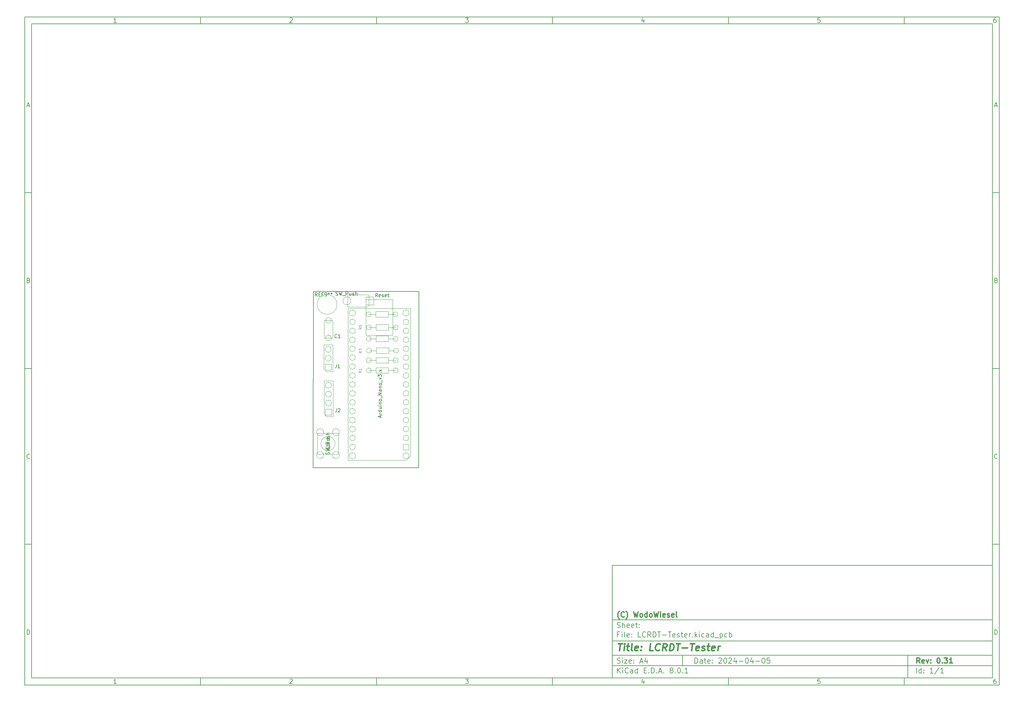
<source format=gbr>
%TF.GenerationSoftware,KiCad,Pcbnew,8.0.1*%
%TF.CreationDate,2024-04-05T21:52:58+02:00*%
%TF.ProjectId,LCRDT-Tester,4c435244-542d-4546-9573-7465722e6b69,0.31*%
%TF.SameCoordinates,PX57bafc0PY83cc3c0*%
%TF.FileFunction,AssemblyDrawing,Top*%
%FSLAX46Y46*%
G04 Gerber Fmt 4.6, Leading zero omitted, Abs format (unit mm)*
G04 Created by KiCad (PCBNEW 8.0.1) date 2024-04-05 21:52:58*
%MOMM*%
%LPD*%
G01*
G04 APERTURE LIST*
%ADD10C,0.100000*%
%ADD11C,0.150000*%
%ADD12C,0.300000*%
%ADD13C,0.400000*%
%ADD14C,0.125000*%
%TA.AperFunction,Profile*%
%ADD15C,0.150000*%
%TD*%
G04 APERTURE END LIST*
D10*
D11*
X85010200Y-27807200D02*
X193010200Y-27807200D01*
X193010200Y-59807200D01*
X85010200Y-59807200D01*
X85010200Y-27807200D01*
D10*
D11*
X-81992000Y128200000D02*
X195010200Y128200000D01*
X195010200Y-61807200D01*
X-81992000Y-61807200D01*
X-81992000Y128200000D01*
D10*
D11*
X-79992000Y126200000D02*
X193010200Y126200000D01*
X193010200Y-59807200D01*
X-79992000Y-59807200D01*
X-79992000Y126200000D01*
D10*
D11*
X-31992000Y126200000D02*
X-31992000Y128200000D01*
D10*
D11*
X18008000Y126200000D02*
X18008000Y128200000D01*
D10*
D11*
X68008000Y126200000D02*
X68008000Y128200000D01*
D10*
D11*
X118008000Y126200000D02*
X118008000Y128200000D01*
D10*
D11*
X168008000Y126200000D02*
X168008000Y128200000D01*
D10*
D11*
X-55902840Y126606396D02*
X-56645697Y126606396D01*
X-56274269Y126606396D02*
X-56274269Y127906396D01*
X-56274269Y127906396D02*
X-56398078Y127720681D01*
X-56398078Y127720681D02*
X-56521888Y127596872D01*
X-56521888Y127596872D02*
X-56645697Y127534967D01*
D10*
D11*
X-6645697Y127782586D02*
X-6583793Y127844491D01*
X-6583793Y127844491D02*
X-6459983Y127906396D01*
X-6459983Y127906396D02*
X-6150459Y127906396D01*
X-6150459Y127906396D02*
X-6026650Y127844491D01*
X-6026650Y127844491D02*
X-5964745Y127782586D01*
X-5964745Y127782586D02*
X-5902840Y127658777D01*
X-5902840Y127658777D02*
X-5902840Y127534967D01*
X-5902840Y127534967D02*
X-5964745Y127349253D01*
X-5964745Y127349253D02*
X-6707602Y126606396D01*
X-6707602Y126606396D02*
X-5902840Y126606396D01*
D10*
D11*
X43292398Y127906396D02*
X44097160Y127906396D01*
X44097160Y127906396D02*
X43663826Y127411158D01*
X43663826Y127411158D02*
X43849541Y127411158D01*
X43849541Y127411158D02*
X43973350Y127349253D01*
X43973350Y127349253D02*
X44035255Y127287348D01*
X44035255Y127287348D02*
X44097160Y127163539D01*
X44097160Y127163539D02*
X44097160Y126854015D01*
X44097160Y126854015D02*
X44035255Y126730205D01*
X44035255Y126730205D02*
X43973350Y126668300D01*
X43973350Y126668300D02*
X43849541Y126606396D01*
X43849541Y126606396D02*
X43478112Y126606396D01*
X43478112Y126606396D02*
X43354303Y126668300D01*
X43354303Y126668300D02*
X43292398Y126730205D01*
D10*
D11*
X93973350Y127473062D02*
X93973350Y126606396D01*
X93663826Y127968300D02*
X93354303Y127039729D01*
X93354303Y127039729D02*
X94159064Y127039729D01*
D10*
D11*
X144035255Y127906396D02*
X143416207Y127906396D01*
X143416207Y127906396D02*
X143354303Y127287348D01*
X143354303Y127287348D02*
X143416207Y127349253D01*
X143416207Y127349253D02*
X143540017Y127411158D01*
X143540017Y127411158D02*
X143849541Y127411158D01*
X143849541Y127411158D02*
X143973350Y127349253D01*
X143973350Y127349253D02*
X144035255Y127287348D01*
X144035255Y127287348D02*
X144097160Y127163539D01*
X144097160Y127163539D02*
X144097160Y126854015D01*
X144097160Y126854015D02*
X144035255Y126730205D01*
X144035255Y126730205D02*
X143973350Y126668300D01*
X143973350Y126668300D02*
X143849541Y126606396D01*
X143849541Y126606396D02*
X143540017Y126606396D01*
X143540017Y126606396D02*
X143416207Y126668300D01*
X143416207Y126668300D02*
X143354303Y126730205D01*
D10*
D11*
X193973350Y127906396D02*
X193725731Y127906396D01*
X193725731Y127906396D02*
X193601922Y127844491D01*
X193601922Y127844491D02*
X193540017Y127782586D01*
X193540017Y127782586D02*
X193416207Y127596872D01*
X193416207Y127596872D02*
X193354303Y127349253D01*
X193354303Y127349253D02*
X193354303Y126854015D01*
X193354303Y126854015D02*
X193416207Y126730205D01*
X193416207Y126730205D02*
X193478112Y126668300D01*
X193478112Y126668300D02*
X193601922Y126606396D01*
X193601922Y126606396D02*
X193849541Y126606396D01*
X193849541Y126606396D02*
X193973350Y126668300D01*
X193973350Y126668300D02*
X194035255Y126730205D01*
X194035255Y126730205D02*
X194097160Y126854015D01*
X194097160Y126854015D02*
X194097160Y127163539D01*
X194097160Y127163539D02*
X194035255Y127287348D01*
X194035255Y127287348D02*
X193973350Y127349253D01*
X193973350Y127349253D02*
X193849541Y127411158D01*
X193849541Y127411158D02*
X193601922Y127411158D01*
X193601922Y127411158D02*
X193478112Y127349253D01*
X193478112Y127349253D02*
X193416207Y127287348D01*
X193416207Y127287348D02*
X193354303Y127163539D01*
D10*
D11*
X-31992000Y-59807200D02*
X-31992000Y-61807200D01*
D10*
D11*
X18008000Y-59807200D02*
X18008000Y-61807200D01*
D10*
D11*
X68008000Y-59807200D02*
X68008000Y-61807200D01*
D10*
D11*
X118008000Y-59807200D02*
X118008000Y-61807200D01*
D10*
D11*
X168008000Y-59807200D02*
X168008000Y-61807200D01*
D10*
D11*
X-55902840Y-61400804D02*
X-56645697Y-61400804D01*
X-56274269Y-61400804D02*
X-56274269Y-60100804D01*
X-56274269Y-60100804D02*
X-56398078Y-60286519D01*
X-56398078Y-60286519D02*
X-56521888Y-60410328D01*
X-56521888Y-60410328D02*
X-56645697Y-60472233D01*
D10*
D11*
X-6645697Y-60224614D02*
X-6583793Y-60162709D01*
X-6583793Y-60162709D02*
X-6459983Y-60100804D01*
X-6459983Y-60100804D02*
X-6150459Y-60100804D01*
X-6150459Y-60100804D02*
X-6026650Y-60162709D01*
X-6026650Y-60162709D02*
X-5964745Y-60224614D01*
X-5964745Y-60224614D02*
X-5902840Y-60348423D01*
X-5902840Y-60348423D02*
X-5902840Y-60472233D01*
X-5902840Y-60472233D02*
X-5964745Y-60657947D01*
X-5964745Y-60657947D02*
X-6707602Y-61400804D01*
X-6707602Y-61400804D02*
X-5902840Y-61400804D01*
D10*
D11*
X43292398Y-60100804D02*
X44097160Y-60100804D01*
X44097160Y-60100804D02*
X43663826Y-60596042D01*
X43663826Y-60596042D02*
X43849541Y-60596042D01*
X43849541Y-60596042D02*
X43973350Y-60657947D01*
X43973350Y-60657947D02*
X44035255Y-60719852D01*
X44035255Y-60719852D02*
X44097160Y-60843661D01*
X44097160Y-60843661D02*
X44097160Y-61153185D01*
X44097160Y-61153185D02*
X44035255Y-61276995D01*
X44035255Y-61276995D02*
X43973350Y-61338900D01*
X43973350Y-61338900D02*
X43849541Y-61400804D01*
X43849541Y-61400804D02*
X43478112Y-61400804D01*
X43478112Y-61400804D02*
X43354303Y-61338900D01*
X43354303Y-61338900D02*
X43292398Y-61276995D01*
D10*
D11*
X93973350Y-60534138D02*
X93973350Y-61400804D01*
X93663826Y-60038900D02*
X93354303Y-60967471D01*
X93354303Y-60967471D02*
X94159064Y-60967471D01*
D10*
D11*
X144035255Y-60100804D02*
X143416207Y-60100804D01*
X143416207Y-60100804D02*
X143354303Y-60719852D01*
X143354303Y-60719852D02*
X143416207Y-60657947D01*
X143416207Y-60657947D02*
X143540017Y-60596042D01*
X143540017Y-60596042D02*
X143849541Y-60596042D01*
X143849541Y-60596042D02*
X143973350Y-60657947D01*
X143973350Y-60657947D02*
X144035255Y-60719852D01*
X144035255Y-60719852D02*
X144097160Y-60843661D01*
X144097160Y-60843661D02*
X144097160Y-61153185D01*
X144097160Y-61153185D02*
X144035255Y-61276995D01*
X144035255Y-61276995D02*
X143973350Y-61338900D01*
X143973350Y-61338900D02*
X143849541Y-61400804D01*
X143849541Y-61400804D02*
X143540017Y-61400804D01*
X143540017Y-61400804D02*
X143416207Y-61338900D01*
X143416207Y-61338900D02*
X143354303Y-61276995D01*
D10*
D11*
X193973350Y-60100804D02*
X193725731Y-60100804D01*
X193725731Y-60100804D02*
X193601922Y-60162709D01*
X193601922Y-60162709D02*
X193540017Y-60224614D01*
X193540017Y-60224614D02*
X193416207Y-60410328D01*
X193416207Y-60410328D02*
X193354303Y-60657947D01*
X193354303Y-60657947D02*
X193354303Y-61153185D01*
X193354303Y-61153185D02*
X193416207Y-61276995D01*
X193416207Y-61276995D02*
X193478112Y-61338900D01*
X193478112Y-61338900D02*
X193601922Y-61400804D01*
X193601922Y-61400804D02*
X193849541Y-61400804D01*
X193849541Y-61400804D02*
X193973350Y-61338900D01*
X193973350Y-61338900D02*
X194035255Y-61276995D01*
X194035255Y-61276995D02*
X194097160Y-61153185D01*
X194097160Y-61153185D02*
X194097160Y-60843661D01*
X194097160Y-60843661D02*
X194035255Y-60719852D01*
X194035255Y-60719852D02*
X193973350Y-60657947D01*
X193973350Y-60657947D02*
X193849541Y-60596042D01*
X193849541Y-60596042D02*
X193601922Y-60596042D01*
X193601922Y-60596042D02*
X193478112Y-60657947D01*
X193478112Y-60657947D02*
X193416207Y-60719852D01*
X193416207Y-60719852D02*
X193354303Y-60843661D01*
D10*
D11*
X-81992000Y78200000D02*
X-79992000Y78200000D01*
D10*
D11*
X-81992000Y28200000D02*
X-79992000Y28200000D01*
D10*
D11*
X-81992000Y-21800000D02*
X-79992000Y-21800000D01*
D10*
D11*
X-81301524Y102977824D02*
X-80682477Y102977824D01*
X-81425334Y102606396D02*
X-80992001Y103906396D01*
X-80992001Y103906396D02*
X-80558667Y102606396D01*
D10*
D11*
X-80899143Y53287348D02*
X-80713429Y53225443D01*
X-80713429Y53225443D02*
X-80651524Y53163539D01*
X-80651524Y53163539D02*
X-80589620Y53039729D01*
X-80589620Y53039729D02*
X-80589620Y52854015D01*
X-80589620Y52854015D02*
X-80651524Y52730205D01*
X-80651524Y52730205D02*
X-80713429Y52668300D01*
X-80713429Y52668300D02*
X-80837239Y52606396D01*
X-80837239Y52606396D02*
X-81332477Y52606396D01*
X-81332477Y52606396D02*
X-81332477Y53906396D01*
X-81332477Y53906396D02*
X-80899143Y53906396D01*
X-80899143Y53906396D02*
X-80775334Y53844491D01*
X-80775334Y53844491D02*
X-80713429Y53782586D01*
X-80713429Y53782586D02*
X-80651524Y53658777D01*
X-80651524Y53658777D02*
X-80651524Y53534967D01*
X-80651524Y53534967D02*
X-80713429Y53411158D01*
X-80713429Y53411158D02*
X-80775334Y53349253D01*
X-80775334Y53349253D02*
X-80899143Y53287348D01*
X-80899143Y53287348D02*
X-81332477Y53287348D01*
D10*
D11*
X-80589620Y2730205D02*
X-80651524Y2668300D01*
X-80651524Y2668300D02*
X-80837239Y2606396D01*
X-80837239Y2606396D02*
X-80961048Y2606396D01*
X-80961048Y2606396D02*
X-81146762Y2668300D01*
X-81146762Y2668300D02*
X-81270572Y2792110D01*
X-81270572Y2792110D02*
X-81332477Y2915920D01*
X-81332477Y2915920D02*
X-81394381Y3163539D01*
X-81394381Y3163539D02*
X-81394381Y3349253D01*
X-81394381Y3349253D02*
X-81332477Y3596872D01*
X-81332477Y3596872D02*
X-81270572Y3720681D01*
X-81270572Y3720681D02*
X-81146762Y3844491D01*
X-81146762Y3844491D02*
X-80961048Y3906396D01*
X-80961048Y3906396D02*
X-80837239Y3906396D01*
X-80837239Y3906396D02*
X-80651524Y3844491D01*
X-80651524Y3844491D02*
X-80589620Y3782586D01*
D10*
D11*
X-81332477Y-47393604D02*
X-81332477Y-46093604D01*
X-81332477Y-46093604D02*
X-81022953Y-46093604D01*
X-81022953Y-46093604D02*
X-80837239Y-46155509D01*
X-80837239Y-46155509D02*
X-80713429Y-46279319D01*
X-80713429Y-46279319D02*
X-80651524Y-46403128D01*
X-80651524Y-46403128D02*
X-80589620Y-46650747D01*
X-80589620Y-46650747D02*
X-80589620Y-46836461D01*
X-80589620Y-46836461D02*
X-80651524Y-47084080D01*
X-80651524Y-47084080D02*
X-80713429Y-47207890D01*
X-80713429Y-47207890D02*
X-80837239Y-47331700D01*
X-80837239Y-47331700D02*
X-81022953Y-47393604D01*
X-81022953Y-47393604D02*
X-81332477Y-47393604D01*
D10*
D11*
X195010200Y78200000D02*
X193010200Y78200000D01*
D10*
D11*
X195010200Y28200000D02*
X193010200Y28200000D01*
D10*
D11*
X195010200Y-21800000D02*
X193010200Y-21800000D01*
D10*
D11*
X193700676Y102977824D02*
X194319723Y102977824D01*
X193576866Y102606396D02*
X194010199Y103906396D01*
X194010199Y103906396D02*
X194443533Y102606396D01*
D10*
D11*
X194103057Y53287348D02*
X194288771Y53225443D01*
X194288771Y53225443D02*
X194350676Y53163539D01*
X194350676Y53163539D02*
X194412580Y53039729D01*
X194412580Y53039729D02*
X194412580Y52854015D01*
X194412580Y52854015D02*
X194350676Y52730205D01*
X194350676Y52730205D02*
X194288771Y52668300D01*
X194288771Y52668300D02*
X194164961Y52606396D01*
X194164961Y52606396D02*
X193669723Y52606396D01*
X193669723Y52606396D02*
X193669723Y53906396D01*
X193669723Y53906396D02*
X194103057Y53906396D01*
X194103057Y53906396D02*
X194226866Y53844491D01*
X194226866Y53844491D02*
X194288771Y53782586D01*
X194288771Y53782586D02*
X194350676Y53658777D01*
X194350676Y53658777D02*
X194350676Y53534967D01*
X194350676Y53534967D02*
X194288771Y53411158D01*
X194288771Y53411158D02*
X194226866Y53349253D01*
X194226866Y53349253D02*
X194103057Y53287348D01*
X194103057Y53287348D02*
X193669723Y53287348D01*
D10*
D11*
X194412580Y2730205D02*
X194350676Y2668300D01*
X194350676Y2668300D02*
X194164961Y2606396D01*
X194164961Y2606396D02*
X194041152Y2606396D01*
X194041152Y2606396D02*
X193855438Y2668300D01*
X193855438Y2668300D02*
X193731628Y2792110D01*
X193731628Y2792110D02*
X193669723Y2915920D01*
X193669723Y2915920D02*
X193607819Y3163539D01*
X193607819Y3163539D02*
X193607819Y3349253D01*
X193607819Y3349253D02*
X193669723Y3596872D01*
X193669723Y3596872D02*
X193731628Y3720681D01*
X193731628Y3720681D02*
X193855438Y3844491D01*
X193855438Y3844491D02*
X194041152Y3906396D01*
X194041152Y3906396D02*
X194164961Y3906396D01*
X194164961Y3906396D02*
X194350676Y3844491D01*
X194350676Y3844491D02*
X194412580Y3782586D01*
D10*
D11*
X193669723Y-47393604D02*
X193669723Y-46093604D01*
X193669723Y-46093604D02*
X193979247Y-46093604D01*
X193979247Y-46093604D02*
X194164961Y-46155509D01*
X194164961Y-46155509D02*
X194288771Y-46279319D01*
X194288771Y-46279319D02*
X194350676Y-46403128D01*
X194350676Y-46403128D02*
X194412580Y-46650747D01*
X194412580Y-46650747D02*
X194412580Y-46836461D01*
X194412580Y-46836461D02*
X194350676Y-47084080D01*
X194350676Y-47084080D02*
X194288771Y-47207890D01*
X194288771Y-47207890D02*
X194164961Y-47331700D01*
X194164961Y-47331700D02*
X193979247Y-47393604D01*
X193979247Y-47393604D02*
X193669723Y-47393604D01*
D10*
D11*
X108466026Y-55593328D02*
X108466026Y-54093328D01*
X108466026Y-54093328D02*
X108823169Y-54093328D01*
X108823169Y-54093328D02*
X109037455Y-54164757D01*
X109037455Y-54164757D02*
X109180312Y-54307614D01*
X109180312Y-54307614D02*
X109251741Y-54450471D01*
X109251741Y-54450471D02*
X109323169Y-54736185D01*
X109323169Y-54736185D02*
X109323169Y-54950471D01*
X109323169Y-54950471D02*
X109251741Y-55236185D01*
X109251741Y-55236185D02*
X109180312Y-55379042D01*
X109180312Y-55379042D02*
X109037455Y-55521900D01*
X109037455Y-55521900D02*
X108823169Y-55593328D01*
X108823169Y-55593328D02*
X108466026Y-55593328D01*
X110608884Y-55593328D02*
X110608884Y-54807614D01*
X110608884Y-54807614D02*
X110537455Y-54664757D01*
X110537455Y-54664757D02*
X110394598Y-54593328D01*
X110394598Y-54593328D02*
X110108884Y-54593328D01*
X110108884Y-54593328D02*
X109966026Y-54664757D01*
X110608884Y-55521900D02*
X110466026Y-55593328D01*
X110466026Y-55593328D02*
X110108884Y-55593328D01*
X110108884Y-55593328D02*
X109966026Y-55521900D01*
X109966026Y-55521900D02*
X109894598Y-55379042D01*
X109894598Y-55379042D02*
X109894598Y-55236185D01*
X109894598Y-55236185D02*
X109966026Y-55093328D01*
X109966026Y-55093328D02*
X110108884Y-55021900D01*
X110108884Y-55021900D02*
X110466026Y-55021900D01*
X110466026Y-55021900D02*
X110608884Y-54950471D01*
X111108884Y-54593328D02*
X111680312Y-54593328D01*
X111323169Y-54093328D02*
X111323169Y-55379042D01*
X111323169Y-55379042D02*
X111394598Y-55521900D01*
X111394598Y-55521900D02*
X111537455Y-55593328D01*
X111537455Y-55593328D02*
X111680312Y-55593328D01*
X112751741Y-55521900D02*
X112608884Y-55593328D01*
X112608884Y-55593328D02*
X112323170Y-55593328D01*
X112323170Y-55593328D02*
X112180312Y-55521900D01*
X112180312Y-55521900D02*
X112108884Y-55379042D01*
X112108884Y-55379042D02*
X112108884Y-54807614D01*
X112108884Y-54807614D02*
X112180312Y-54664757D01*
X112180312Y-54664757D02*
X112323170Y-54593328D01*
X112323170Y-54593328D02*
X112608884Y-54593328D01*
X112608884Y-54593328D02*
X112751741Y-54664757D01*
X112751741Y-54664757D02*
X112823170Y-54807614D01*
X112823170Y-54807614D02*
X112823170Y-54950471D01*
X112823170Y-54950471D02*
X112108884Y-55093328D01*
X113466026Y-55450471D02*
X113537455Y-55521900D01*
X113537455Y-55521900D02*
X113466026Y-55593328D01*
X113466026Y-55593328D02*
X113394598Y-55521900D01*
X113394598Y-55521900D02*
X113466026Y-55450471D01*
X113466026Y-55450471D02*
X113466026Y-55593328D01*
X113466026Y-54664757D02*
X113537455Y-54736185D01*
X113537455Y-54736185D02*
X113466026Y-54807614D01*
X113466026Y-54807614D02*
X113394598Y-54736185D01*
X113394598Y-54736185D02*
X113466026Y-54664757D01*
X113466026Y-54664757D02*
X113466026Y-54807614D01*
X115251741Y-54236185D02*
X115323169Y-54164757D01*
X115323169Y-54164757D02*
X115466027Y-54093328D01*
X115466027Y-54093328D02*
X115823169Y-54093328D01*
X115823169Y-54093328D02*
X115966027Y-54164757D01*
X115966027Y-54164757D02*
X116037455Y-54236185D01*
X116037455Y-54236185D02*
X116108884Y-54379042D01*
X116108884Y-54379042D02*
X116108884Y-54521900D01*
X116108884Y-54521900D02*
X116037455Y-54736185D01*
X116037455Y-54736185D02*
X115180312Y-55593328D01*
X115180312Y-55593328D02*
X116108884Y-55593328D01*
X117037455Y-54093328D02*
X117180312Y-54093328D01*
X117180312Y-54093328D02*
X117323169Y-54164757D01*
X117323169Y-54164757D02*
X117394598Y-54236185D01*
X117394598Y-54236185D02*
X117466026Y-54379042D01*
X117466026Y-54379042D02*
X117537455Y-54664757D01*
X117537455Y-54664757D02*
X117537455Y-55021900D01*
X117537455Y-55021900D02*
X117466026Y-55307614D01*
X117466026Y-55307614D02*
X117394598Y-55450471D01*
X117394598Y-55450471D02*
X117323169Y-55521900D01*
X117323169Y-55521900D02*
X117180312Y-55593328D01*
X117180312Y-55593328D02*
X117037455Y-55593328D01*
X117037455Y-55593328D02*
X116894598Y-55521900D01*
X116894598Y-55521900D02*
X116823169Y-55450471D01*
X116823169Y-55450471D02*
X116751740Y-55307614D01*
X116751740Y-55307614D02*
X116680312Y-55021900D01*
X116680312Y-55021900D02*
X116680312Y-54664757D01*
X116680312Y-54664757D02*
X116751740Y-54379042D01*
X116751740Y-54379042D02*
X116823169Y-54236185D01*
X116823169Y-54236185D02*
X116894598Y-54164757D01*
X116894598Y-54164757D02*
X117037455Y-54093328D01*
X118108883Y-54236185D02*
X118180311Y-54164757D01*
X118180311Y-54164757D02*
X118323169Y-54093328D01*
X118323169Y-54093328D02*
X118680311Y-54093328D01*
X118680311Y-54093328D02*
X118823169Y-54164757D01*
X118823169Y-54164757D02*
X118894597Y-54236185D01*
X118894597Y-54236185D02*
X118966026Y-54379042D01*
X118966026Y-54379042D02*
X118966026Y-54521900D01*
X118966026Y-54521900D02*
X118894597Y-54736185D01*
X118894597Y-54736185D02*
X118037454Y-55593328D01*
X118037454Y-55593328D02*
X118966026Y-55593328D01*
X120251740Y-54593328D02*
X120251740Y-55593328D01*
X119894597Y-54021900D02*
X119537454Y-55093328D01*
X119537454Y-55093328D02*
X120466025Y-55093328D01*
X121037453Y-55021900D02*
X122180311Y-55021900D01*
X123180311Y-54093328D02*
X123323168Y-54093328D01*
X123323168Y-54093328D02*
X123466025Y-54164757D01*
X123466025Y-54164757D02*
X123537454Y-54236185D01*
X123537454Y-54236185D02*
X123608882Y-54379042D01*
X123608882Y-54379042D02*
X123680311Y-54664757D01*
X123680311Y-54664757D02*
X123680311Y-55021900D01*
X123680311Y-55021900D02*
X123608882Y-55307614D01*
X123608882Y-55307614D02*
X123537454Y-55450471D01*
X123537454Y-55450471D02*
X123466025Y-55521900D01*
X123466025Y-55521900D02*
X123323168Y-55593328D01*
X123323168Y-55593328D02*
X123180311Y-55593328D01*
X123180311Y-55593328D02*
X123037454Y-55521900D01*
X123037454Y-55521900D02*
X122966025Y-55450471D01*
X122966025Y-55450471D02*
X122894596Y-55307614D01*
X122894596Y-55307614D02*
X122823168Y-55021900D01*
X122823168Y-55021900D02*
X122823168Y-54664757D01*
X122823168Y-54664757D02*
X122894596Y-54379042D01*
X122894596Y-54379042D02*
X122966025Y-54236185D01*
X122966025Y-54236185D02*
X123037454Y-54164757D01*
X123037454Y-54164757D02*
X123180311Y-54093328D01*
X124966025Y-54593328D02*
X124966025Y-55593328D01*
X124608882Y-54021900D02*
X124251739Y-55093328D01*
X124251739Y-55093328D02*
X125180310Y-55093328D01*
X125751738Y-55021900D02*
X126894596Y-55021900D01*
X127894596Y-54093328D02*
X128037453Y-54093328D01*
X128037453Y-54093328D02*
X128180310Y-54164757D01*
X128180310Y-54164757D02*
X128251739Y-54236185D01*
X128251739Y-54236185D02*
X128323167Y-54379042D01*
X128323167Y-54379042D02*
X128394596Y-54664757D01*
X128394596Y-54664757D02*
X128394596Y-55021900D01*
X128394596Y-55021900D02*
X128323167Y-55307614D01*
X128323167Y-55307614D02*
X128251739Y-55450471D01*
X128251739Y-55450471D02*
X128180310Y-55521900D01*
X128180310Y-55521900D02*
X128037453Y-55593328D01*
X128037453Y-55593328D02*
X127894596Y-55593328D01*
X127894596Y-55593328D02*
X127751739Y-55521900D01*
X127751739Y-55521900D02*
X127680310Y-55450471D01*
X127680310Y-55450471D02*
X127608881Y-55307614D01*
X127608881Y-55307614D02*
X127537453Y-55021900D01*
X127537453Y-55021900D02*
X127537453Y-54664757D01*
X127537453Y-54664757D02*
X127608881Y-54379042D01*
X127608881Y-54379042D02*
X127680310Y-54236185D01*
X127680310Y-54236185D02*
X127751739Y-54164757D01*
X127751739Y-54164757D02*
X127894596Y-54093328D01*
X129751738Y-54093328D02*
X129037452Y-54093328D01*
X129037452Y-54093328D02*
X128966024Y-54807614D01*
X128966024Y-54807614D02*
X129037452Y-54736185D01*
X129037452Y-54736185D02*
X129180310Y-54664757D01*
X129180310Y-54664757D02*
X129537452Y-54664757D01*
X129537452Y-54664757D02*
X129680310Y-54736185D01*
X129680310Y-54736185D02*
X129751738Y-54807614D01*
X129751738Y-54807614D02*
X129823167Y-54950471D01*
X129823167Y-54950471D02*
X129823167Y-55307614D01*
X129823167Y-55307614D02*
X129751738Y-55450471D01*
X129751738Y-55450471D02*
X129680310Y-55521900D01*
X129680310Y-55521900D02*
X129537452Y-55593328D01*
X129537452Y-55593328D02*
X129180310Y-55593328D01*
X129180310Y-55593328D02*
X129037452Y-55521900D01*
X129037452Y-55521900D02*
X128966024Y-55450471D01*
D10*
D11*
X85010200Y-56307200D02*
X193010200Y-56307200D01*
D10*
D11*
X86466026Y-58393328D02*
X86466026Y-56893328D01*
X87323169Y-58393328D02*
X86680312Y-57536185D01*
X87323169Y-56893328D02*
X86466026Y-57750471D01*
X87966026Y-58393328D02*
X87966026Y-57393328D01*
X87966026Y-56893328D02*
X87894598Y-56964757D01*
X87894598Y-56964757D02*
X87966026Y-57036185D01*
X87966026Y-57036185D02*
X88037455Y-56964757D01*
X88037455Y-56964757D02*
X87966026Y-56893328D01*
X87966026Y-56893328D02*
X87966026Y-57036185D01*
X89537455Y-58250471D02*
X89466027Y-58321900D01*
X89466027Y-58321900D02*
X89251741Y-58393328D01*
X89251741Y-58393328D02*
X89108884Y-58393328D01*
X89108884Y-58393328D02*
X88894598Y-58321900D01*
X88894598Y-58321900D02*
X88751741Y-58179042D01*
X88751741Y-58179042D02*
X88680312Y-58036185D01*
X88680312Y-58036185D02*
X88608884Y-57750471D01*
X88608884Y-57750471D02*
X88608884Y-57536185D01*
X88608884Y-57536185D02*
X88680312Y-57250471D01*
X88680312Y-57250471D02*
X88751741Y-57107614D01*
X88751741Y-57107614D02*
X88894598Y-56964757D01*
X88894598Y-56964757D02*
X89108884Y-56893328D01*
X89108884Y-56893328D02*
X89251741Y-56893328D01*
X89251741Y-56893328D02*
X89466027Y-56964757D01*
X89466027Y-56964757D02*
X89537455Y-57036185D01*
X90823170Y-58393328D02*
X90823170Y-57607614D01*
X90823170Y-57607614D02*
X90751741Y-57464757D01*
X90751741Y-57464757D02*
X90608884Y-57393328D01*
X90608884Y-57393328D02*
X90323170Y-57393328D01*
X90323170Y-57393328D02*
X90180312Y-57464757D01*
X90823170Y-58321900D02*
X90680312Y-58393328D01*
X90680312Y-58393328D02*
X90323170Y-58393328D01*
X90323170Y-58393328D02*
X90180312Y-58321900D01*
X90180312Y-58321900D02*
X90108884Y-58179042D01*
X90108884Y-58179042D02*
X90108884Y-58036185D01*
X90108884Y-58036185D02*
X90180312Y-57893328D01*
X90180312Y-57893328D02*
X90323170Y-57821900D01*
X90323170Y-57821900D02*
X90680312Y-57821900D01*
X90680312Y-57821900D02*
X90823170Y-57750471D01*
X92180313Y-58393328D02*
X92180313Y-56893328D01*
X92180313Y-58321900D02*
X92037455Y-58393328D01*
X92037455Y-58393328D02*
X91751741Y-58393328D01*
X91751741Y-58393328D02*
X91608884Y-58321900D01*
X91608884Y-58321900D02*
X91537455Y-58250471D01*
X91537455Y-58250471D02*
X91466027Y-58107614D01*
X91466027Y-58107614D02*
X91466027Y-57679042D01*
X91466027Y-57679042D02*
X91537455Y-57536185D01*
X91537455Y-57536185D02*
X91608884Y-57464757D01*
X91608884Y-57464757D02*
X91751741Y-57393328D01*
X91751741Y-57393328D02*
X92037455Y-57393328D01*
X92037455Y-57393328D02*
X92180313Y-57464757D01*
X94037455Y-57607614D02*
X94537455Y-57607614D01*
X94751741Y-58393328D02*
X94037455Y-58393328D01*
X94037455Y-58393328D02*
X94037455Y-56893328D01*
X94037455Y-56893328D02*
X94751741Y-56893328D01*
X95394598Y-58250471D02*
X95466027Y-58321900D01*
X95466027Y-58321900D02*
X95394598Y-58393328D01*
X95394598Y-58393328D02*
X95323170Y-58321900D01*
X95323170Y-58321900D02*
X95394598Y-58250471D01*
X95394598Y-58250471D02*
X95394598Y-58393328D01*
X96108884Y-58393328D02*
X96108884Y-56893328D01*
X96108884Y-56893328D02*
X96466027Y-56893328D01*
X96466027Y-56893328D02*
X96680313Y-56964757D01*
X96680313Y-56964757D02*
X96823170Y-57107614D01*
X96823170Y-57107614D02*
X96894599Y-57250471D01*
X96894599Y-57250471D02*
X96966027Y-57536185D01*
X96966027Y-57536185D02*
X96966027Y-57750471D01*
X96966027Y-57750471D02*
X96894599Y-58036185D01*
X96894599Y-58036185D02*
X96823170Y-58179042D01*
X96823170Y-58179042D02*
X96680313Y-58321900D01*
X96680313Y-58321900D02*
X96466027Y-58393328D01*
X96466027Y-58393328D02*
X96108884Y-58393328D01*
X97608884Y-58250471D02*
X97680313Y-58321900D01*
X97680313Y-58321900D02*
X97608884Y-58393328D01*
X97608884Y-58393328D02*
X97537456Y-58321900D01*
X97537456Y-58321900D02*
X97608884Y-58250471D01*
X97608884Y-58250471D02*
X97608884Y-58393328D01*
X98251742Y-57964757D02*
X98966028Y-57964757D01*
X98108885Y-58393328D02*
X98608885Y-56893328D01*
X98608885Y-56893328D02*
X99108885Y-58393328D01*
X99608884Y-58250471D02*
X99680313Y-58321900D01*
X99680313Y-58321900D02*
X99608884Y-58393328D01*
X99608884Y-58393328D02*
X99537456Y-58321900D01*
X99537456Y-58321900D02*
X99608884Y-58250471D01*
X99608884Y-58250471D02*
X99608884Y-58393328D01*
X101680313Y-57536185D02*
X101537456Y-57464757D01*
X101537456Y-57464757D02*
X101466027Y-57393328D01*
X101466027Y-57393328D02*
X101394599Y-57250471D01*
X101394599Y-57250471D02*
X101394599Y-57179042D01*
X101394599Y-57179042D02*
X101466027Y-57036185D01*
X101466027Y-57036185D02*
X101537456Y-56964757D01*
X101537456Y-56964757D02*
X101680313Y-56893328D01*
X101680313Y-56893328D02*
X101966027Y-56893328D01*
X101966027Y-56893328D02*
X102108885Y-56964757D01*
X102108885Y-56964757D02*
X102180313Y-57036185D01*
X102180313Y-57036185D02*
X102251742Y-57179042D01*
X102251742Y-57179042D02*
X102251742Y-57250471D01*
X102251742Y-57250471D02*
X102180313Y-57393328D01*
X102180313Y-57393328D02*
X102108885Y-57464757D01*
X102108885Y-57464757D02*
X101966027Y-57536185D01*
X101966027Y-57536185D02*
X101680313Y-57536185D01*
X101680313Y-57536185D02*
X101537456Y-57607614D01*
X101537456Y-57607614D02*
X101466027Y-57679042D01*
X101466027Y-57679042D02*
X101394599Y-57821900D01*
X101394599Y-57821900D02*
X101394599Y-58107614D01*
X101394599Y-58107614D02*
X101466027Y-58250471D01*
X101466027Y-58250471D02*
X101537456Y-58321900D01*
X101537456Y-58321900D02*
X101680313Y-58393328D01*
X101680313Y-58393328D02*
X101966027Y-58393328D01*
X101966027Y-58393328D02*
X102108885Y-58321900D01*
X102108885Y-58321900D02*
X102180313Y-58250471D01*
X102180313Y-58250471D02*
X102251742Y-58107614D01*
X102251742Y-58107614D02*
X102251742Y-57821900D01*
X102251742Y-57821900D02*
X102180313Y-57679042D01*
X102180313Y-57679042D02*
X102108885Y-57607614D01*
X102108885Y-57607614D02*
X101966027Y-57536185D01*
X102894598Y-58250471D02*
X102966027Y-58321900D01*
X102966027Y-58321900D02*
X102894598Y-58393328D01*
X102894598Y-58393328D02*
X102823170Y-58321900D01*
X102823170Y-58321900D02*
X102894598Y-58250471D01*
X102894598Y-58250471D02*
X102894598Y-58393328D01*
X103894599Y-56893328D02*
X104037456Y-56893328D01*
X104037456Y-56893328D02*
X104180313Y-56964757D01*
X104180313Y-56964757D02*
X104251742Y-57036185D01*
X104251742Y-57036185D02*
X104323170Y-57179042D01*
X104323170Y-57179042D02*
X104394599Y-57464757D01*
X104394599Y-57464757D02*
X104394599Y-57821900D01*
X104394599Y-57821900D02*
X104323170Y-58107614D01*
X104323170Y-58107614D02*
X104251742Y-58250471D01*
X104251742Y-58250471D02*
X104180313Y-58321900D01*
X104180313Y-58321900D02*
X104037456Y-58393328D01*
X104037456Y-58393328D02*
X103894599Y-58393328D01*
X103894599Y-58393328D02*
X103751742Y-58321900D01*
X103751742Y-58321900D02*
X103680313Y-58250471D01*
X103680313Y-58250471D02*
X103608884Y-58107614D01*
X103608884Y-58107614D02*
X103537456Y-57821900D01*
X103537456Y-57821900D02*
X103537456Y-57464757D01*
X103537456Y-57464757D02*
X103608884Y-57179042D01*
X103608884Y-57179042D02*
X103680313Y-57036185D01*
X103680313Y-57036185D02*
X103751742Y-56964757D01*
X103751742Y-56964757D02*
X103894599Y-56893328D01*
X105037455Y-58250471D02*
X105108884Y-58321900D01*
X105108884Y-58321900D02*
X105037455Y-58393328D01*
X105037455Y-58393328D02*
X104966027Y-58321900D01*
X104966027Y-58321900D02*
X105037455Y-58250471D01*
X105037455Y-58250471D02*
X105037455Y-58393328D01*
X106537456Y-58393328D02*
X105680313Y-58393328D01*
X106108884Y-58393328D02*
X106108884Y-56893328D01*
X106108884Y-56893328D02*
X105966027Y-57107614D01*
X105966027Y-57107614D02*
X105823170Y-57250471D01*
X105823170Y-57250471D02*
X105680313Y-57321900D01*
D10*
D11*
X85010200Y-53307200D02*
X193010200Y-53307200D01*
D10*
D12*
X172421853Y-55585528D02*
X171921853Y-54871242D01*
X171564710Y-55585528D02*
X171564710Y-54085528D01*
X171564710Y-54085528D02*
X172136139Y-54085528D01*
X172136139Y-54085528D02*
X172278996Y-54156957D01*
X172278996Y-54156957D02*
X172350425Y-54228385D01*
X172350425Y-54228385D02*
X172421853Y-54371242D01*
X172421853Y-54371242D02*
X172421853Y-54585528D01*
X172421853Y-54585528D02*
X172350425Y-54728385D01*
X172350425Y-54728385D02*
X172278996Y-54799814D01*
X172278996Y-54799814D02*
X172136139Y-54871242D01*
X172136139Y-54871242D02*
X171564710Y-54871242D01*
X173636139Y-55514100D02*
X173493282Y-55585528D01*
X173493282Y-55585528D02*
X173207568Y-55585528D01*
X173207568Y-55585528D02*
X173064710Y-55514100D01*
X173064710Y-55514100D02*
X172993282Y-55371242D01*
X172993282Y-55371242D02*
X172993282Y-54799814D01*
X172993282Y-54799814D02*
X173064710Y-54656957D01*
X173064710Y-54656957D02*
X173207568Y-54585528D01*
X173207568Y-54585528D02*
X173493282Y-54585528D01*
X173493282Y-54585528D02*
X173636139Y-54656957D01*
X173636139Y-54656957D02*
X173707568Y-54799814D01*
X173707568Y-54799814D02*
X173707568Y-54942671D01*
X173707568Y-54942671D02*
X172993282Y-55085528D01*
X174207567Y-54585528D02*
X174564710Y-55585528D01*
X174564710Y-55585528D02*
X174921853Y-54585528D01*
X175493281Y-55442671D02*
X175564710Y-55514100D01*
X175564710Y-55514100D02*
X175493281Y-55585528D01*
X175493281Y-55585528D02*
X175421853Y-55514100D01*
X175421853Y-55514100D02*
X175493281Y-55442671D01*
X175493281Y-55442671D02*
X175493281Y-55585528D01*
X175493281Y-54656957D02*
X175564710Y-54728385D01*
X175564710Y-54728385D02*
X175493281Y-54799814D01*
X175493281Y-54799814D02*
X175421853Y-54728385D01*
X175421853Y-54728385D02*
X175493281Y-54656957D01*
X175493281Y-54656957D02*
X175493281Y-54799814D01*
X177636139Y-54085528D02*
X177778996Y-54085528D01*
X177778996Y-54085528D02*
X177921853Y-54156957D01*
X177921853Y-54156957D02*
X177993282Y-54228385D01*
X177993282Y-54228385D02*
X178064710Y-54371242D01*
X178064710Y-54371242D02*
X178136139Y-54656957D01*
X178136139Y-54656957D02*
X178136139Y-55014100D01*
X178136139Y-55014100D02*
X178064710Y-55299814D01*
X178064710Y-55299814D02*
X177993282Y-55442671D01*
X177993282Y-55442671D02*
X177921853Y-55514100D01*
X177921853Y-55514100D02*
X177778996Y-55585528D01*
X177778996Y-55585528D02*
X177636139Y-55585528D01*
X177636139Y-55585528D02*
X177493282Y-55514100D01*
X177493282Y-55514100D02*
X177421853Y-55442671D01*
X177421853Y-55442671D02*
X177350424Y-55299814D01*
X177350424Y-55299814D02*
X177278996Y-55014100D01*
X177278996Y-55014100D02*
X177278996Y-54656957D01*
X177278996Y-54656957D02*
X177350424Y-54371242D01*
X177350424Y-54371242D02*
X177421853Y-54228385D01*
X177421853Y-54228385D02*
X177493282Y-54156957D01*
X177493282Y-54156957D02*
X177636139Y-54085528D01*
X178778995Y-55442671D02*
X178850424Y-55514100D01*
X178850424Y-55514100D02*
X178778995Y-55585528D01*
X178778995Y-55585528D02*
X178707567Y-55514100D01*
X178707567Y-55514100D02*
X178778995Y-55442671D01*
X178778995Y-55442671D02*
X178778995Y-55585528D01*
X179350424Y-54085528D02*
X180278996Y-54085528D01*
X180278996Y-54085528D02*
X179778996Y-54656957D01*
X179778996Y-54656957D02*
X179993281Y-54656957D01*
X179993281Y-54656957D02*
X180136139Y-54728385D01*
X180136139Y-54728385D02*
X180207567Y-54799814D01*
X180207567Y-54799814D02*
X180278996Y-54942671D01*
X180278996Y-54942671D02*
X180278996Y-55299814D01*
X180278996Y-55299814D02*
X180207567Y-55442671D01*
X180207567Y-55442671D02*
X180136139Y-55514100D01*
X180136139Y-55514100D02*
X179993281Y-55585528D01*
X179993281Y-55585528D02*
X179564710Y-55585528D01*
X179564710Y-55585528D02*
X179421853Y-55514100D01*
X179421853Y-55514100D02*
X179350424Y-55442671D01*
X181707567Y-55585528D02*
X180850424Y-55585528D01*
X181278995Y-55585528D02*
X181278995Y-54085528D01*
X181278995Y-54085528D02*
X181136138Y-54299814D01*
X181136138Y-54299814D02*
X180993281Y-54442671D01*
X180993281Y-54442671D02*
X180850424Y-54514100D01*
D10*
D11*
X86394598Y-55521900D02*
X86608884Y-55593328D01*
X86608884Y-55593328D02*
X86966026Y-55593328D01*
X86966026Y-55593328D02*
X87108884Y-55521900D01*
X87108884Y-55521900D02*
X87180312Y-55450471D01*
X87180312Y-55450471D02*
X87251741Y-55307614D01*
X87251741Y-55307614D02*
X87251741Y-55164757D01*
X87251741Y-55164757D02*
X87180312Y-55021900D01*
X87180312Y-55021900D02*
X87108884Y-54950471D01*
X87108884Y-54950471D02*
X86966026Y-54879042D01*
X86966026Y-54879042D02*
X86680312Y-54807614D01*
X86680312Y-54807614D02*
X86537455Y-54736185D01*
X86537455Y-54736185D02*
X86466026Y-54664757D01*
X86466026Y-54664757D02*
X86394598Y-54521900D01*
X86394598Y-54521900D02*
X86394598Y-54379042D01*
X86394598Y-54379042D02*
X86466026Y-54236185D01*
X86466026Y-54236185D02*
X86537455Y-54164757D01*
X86537455Y-54164757D02*
X86680312Y-54093328D01*
X86680312Y-54093328D02*
X87037455Y-54093328D01*
X87037455Y-54093328D02*
X87251741Y-54164757D01*
X87894597Y-55593328D02*
X87894597Y-54593328D01*
X87894597Y-54093328D02*
X87823169Y-54164757D01*
X87823169Y-54164757D02*
X87894597Y-54236185D01*
X87894597Y-54236185D02*
X87966026Y-54164757D01*
X87966026Y-54164757D02*
X87894597Y-54093328D01*
X87894597Y-54093328D02*
X87894597Y-54236185D01*
X88466026Y-54593328D02*
X89251741Y-54593328D01*
X89251741Y-54593328D02*
X88466026Y-55593328D01*
X88466026Y-55593328D02*
X89251741Y-55593328D01*
X90394598Y-55521900D02*
X90251741Y-55593328D01*
X90251741Y-55593328D02*
X89966027Y-55593328D01*
X89966027Y-55593328D02*
X89823169Y-55521900D01*
X89823169Y-55521900D02*
X89751741Y-55379042D01*
X89751741Y-55379042D02*
X89751741Y-54807614D01*
X89751741Y-54807614D02*
X89823169Y-54664757D01*
X89823169Y-54664757D02*
X89966027Y-54593328D01*
X89966027Y-54593328D02*
X90251741Y-54593328D01*
X90251741Y-54593328D02*
X90394598Y-54664757D01*
X90394598Y-54664757D02*
X90466027Y-54807614D01*
X90466027Y-54807614D02*
X90466027Y-54950471D01*
X90466027Y-54950471D02*
X89751741Y-55093328D01*
X91108883Y-55450471D02*
X91180312Y-55521900D01*
X91180312Y-55521900D02*
X91108883Y-55593328D01*
X91108883Y-55593328D02*
X91037455Y-55521900D01*
X91037455Y-55521900D02*
X91108883Y-55450471D01*
X91108883Y-55450471D02*
X91108883Y-55593328D01*
X91108883Y-54664757D02*
X91180312Y-54736185D01*
X91180312Y-54736185D02*
X91108883Y-54807614D01*
X91108883Y-54807614D02*
X91037455Y-54736185D01*
X91037455Y-54736185D02*
X91108883Y-54664757D01*
X91108883Y-54664757D02*
X91108883Y-54807614D01*
X92894598Y-55164757D02*
X93608884Y-55164757D01*
X92751741Y-55593328D02*
X93251741Y-54093328D01*
X93251741Y-54093328D02*
X93751741Y-55593328D01*
X94894598Y-54593328D02*
X94894598Y-55593328D01*
X94537455Y-54021900D02*
X94180312Y-55093328D01*
X94180312Y-55093328D02*
X95108883Y-55093328D01*
D10*
D11*
X171466026Y-58393328D02*
X171466026Y-56893328D01*
X172823170Y-58393328D02*
X172823170Y-56893328D01*
X172823170Y-58321900D02*
X172680312Y-58393328D01*
X172680312Y-58393328D02*
X172394598Y-58393328D01*
X172394598Y-58393328D02*
X172251741Y-58321900D01*
X172251741Y-58321900D02*
X172180312Y-58250471D01*
X172180312Y-58250471D02*
X172108884Y-58107614D01*
X172108884Y-58107614D02*
X172108884Y-57679042D01*
X172108884Y-57679042D02*
X172180312Y-57536185D01*
X172180312Y-57536185D02*
X172251741Y-57464757D01*
X172251741Y-57464757D02*
X172394598Y-57393328D01*
X172394598Y-57393328D02*
X172680312Y-57393328D01*
X172680312Y-57393328D02*
X172823170Y-57464757D01*
X173537455Y-58250471D02*
X173608884Y-58321900D01*
X173608884Y-58321900D02*
X173537455Y-58393328D01*
X173537455Y-58393328D02*
X173466027Y-58321900D01*
X173466027Y-58321900D02*
X173537455Y-58250471D01*
X173537455Y-58250471D02*
X173537455Y-58393328D01*
X173537455Y-57464757D02*
X173608884Y-57536185D01*
X173608884Y-57536185D02*
X173537455Y-57607614D01*
X173537455Y-57607614D02*
X173466027Y-57536185D01*
X173466027Y-57536185D02*
X173537455Y-57464757D01*
X173537455Y-57464757D02*
X173537455Y-57607614D01*
X176180313Y-58393328D02*
X175323170Y-58393328D01*
X175751741Y-58393328D02*
X175751741Y-56893328D01*
X175751741Y-56893328D02*
X175608884Y-57107614D01*
X175608884Y-57107614D02*
X175466027Y-57250471D01*
X175466027Y-57250471D02*
X175323170Y-57321900D01*
X177894598Y-56821900D02*
X176608884Y-58750471D01*
X179180313Y-58393328D02*
X178323170Y-58393328D01*
X178751741Y-58393328D02*
X178751741Y-56893328D01*
X178751741Y-56893328D02*
X178608884Y-57107614D01*
X178608884Y-57107614D02*
X178466027Y-57250471D01*
X178466027Y-57250471D02*
X178323170Y-57321900D01*
D10*
D11*
X85010200Y-49307200D02*
X193010200Y-49307200D01*
D10*
D13*
X86701928Y-50011638D02*
X87844785Y-50011638D01*
X87023357Y-52011638D02*
X87273357Y-50011638D01*
X88261452Y-52011638D02*
X88428119Y-50678304D01*
X88511452Y-50011638D02*
X88404309Y-50106876D01*
X88404309Y-50106876D02*
X88487643Y-50202114D01*
X88487643Y-50202114D02*
X88594786Y-50106876D01*
X88594786Y-50106876D02*
X88511452Y-50011638D01*
X88511452Y-50011638D02*
X88487643Y-50202114D01*
X89094786Y-50678304D02*
X89856690Y-50678304D01*
X89463833Y-50011638D02*
X89249548Y-51725923D01*
X89249548Y-51725923D02*
X89320976Y-51916400D01*
X89320976Y-51916400D02*
X89499548Y-52011638D01*
X89499548Y-52011638D02*
X89690024Y-52011638D01*
X90642405Y-52011638D02*
X90463833Y-51916400D01*
X90463833Y-51916400D02*
X90392405Y-51725923D01*
X90392405Y-51725923D02*
X90606690Y-50011638D01*
X92178119Y-51916400D02*
X91975738Y-52011638D01*
X91975738Y-52011638D02*
X91594785Y-52011638D01*
X91594785Y-52011638D02*
X91416214Y-51916400D01*
X91416214Y-51916400D02*
X91344785Y-51725923D01*
X91344785Y-51725923D02*
X91440024Y-50964019D01*
X91440024Y-50964019D02*
X91559071Y-50773542D01*
X91559071Y-50773542D02*
X91761452Y-50678304D01*
X91761452Y-50678304D02*
X92142404Y-50678304D01*
X92142404Y-50678304D02*
X92320976Y-50773542D01*
X92320976Y-50773542D02*
X92392404Y-50964019D01*
X92392404Y-50964019D02*
X92368595Y-51154495D01*
X92368595Y-51154495D02*
X91392404Y-51344971D01*
X93142405Y-51821161D02*
X93225738Y-51916400D01*
X93225738Y-51916400D02*
X93118595Y-52011638D01*
X93118595Y-52011638D02*
X93035262Y-51916400D01*
X93035262Y-51916400D02*
X93142405Y-51821161D01*
X93142405Y-51821161D02*
X93118595Y-52011638D01*
X93273357Y-50773542D02*
X93356690Y-50868780D01*
X93356690Y-50868780D02*
X93249548Y-50964019D01*
X93249548Y-50964019D02*
X93166214Y-50868780D01*
X93166214Y-50868780D02*
X93273357Y-50773542D01*
X93273357Y-50773542D02*
X93249548Y-50964019D01*
X96547167Y-52011638D02*
X95594786Y-52011638D01*
X95594786Y-52011638D02*
X95844786Y-50011638D01*
X98380501Y-51821161D02*
X98273358Y-51916400D01*
X98273358Y-51916400D02*
X97975739Y-52011638D01*
X97975739Y-52011638D02*
X97785263Y-52011638D01*
X97785263Y-52011638D02*
X97511453Y-51916400D01*
X97511453Y-51916400D02*
X97344787Y-51725923D01*
X97344787Y-51725923D02*
X97273358Y-51535447D01*
X97273358Y-51535447D02*
X97225739Y-51154495D01*
X97225739Y-51154495D02*
X97261453Y-50868780D01*
X97261453Y-50868780D02*
X97404310Y-50487828D01*
X97404310Y-50487828D02*
X97523358Y-50297352D01*
X97523358Y-50297352D02*
X97737644Y-50106876D01*
X97737644Y-50106876D02*
X98035263Y-50011638D01*
X98035263Y-50011638D02*
X98225739Y-50011638D01*
X98225739Y-50011638D02*
X98499549Y-50106876D01*
X98499549Y-50106876D02*
X98582882Y-50202114D01*
X100356691Y-52011638D02*
X99809072Y-51059257D01*
X99213834Y-52011638D02*
X99463834Y-50011638D01*
X99463834Y-50011638D02*
X100225739Y-50011638D01*
X100225739Y-50011638D02*
X100404310Y-50106876D01*
X100404310Y-50106876D02*
X100487644Y-50202114D01*
X100487644Y-50202114D02*
X100559072Y-50392590D01*
X100559072Y-50392590D02*
X100523358Y-50678304D01*
X100523358Y-50678304D02*
X100404310Y-50868780D01*
X100404310Y-50868780D02*
X100297168Y-50964019D01*
X100297168Y-50964019D02*
X100094787Y-51059257D01*
X100094787Y-51059257D02*
X99332882Y-51059257D01*
X101213834Y-52011638D02*
X101463834Y-50011638D01*
X101463834Y-50011638D02*
X101940025Y-50011638D01*
X101940025Y-50011638D02*
X102213834Y-50106876D01*
X102213834Y-50106876D02*
X102380501Y-50297352D01*
X102380501Y-50297352D02*
X102451929Y-50487828D01*
X102451929Y-50487828D02*
X102499549Y-50868780D01*
X102499549Y-50868780D02*
X102463834Y-51154495D01*
X102463834Y-51154495D02*
X102320977Y-51535447D01*
X102320977Y-51535447D02*
X102201929Y-51725923D01*
X102201929Y-51725923D02*
X101987644Y-51916400D01*
X101987644Y-51916400D02*
X101690025Y-52011638D01*
X101690025Y-52011638D02*
X101213834Y-52011638D01*
X103178120Y-50011638D02*
X104320977Y-50011638D01*
X103499549Y-52011638D02*
X103749549Y-50011638D01*
X104832882Y-51249733D02*
X106356692Y-51249733D01*
X107178120Y-50011638D02*
X108320977Y-50011638D01*
X107499549Y-52011638D02*
X107749549Y-50011638D01*
X109511454Y-51916400D02*
X109309073Y-52011638D01*
X109309073Y-52011638D02*
X108928120Y-52011638D01*
X108928120Y-52011638D02*
X108749549Y-51916400D01*
X108749549Y-51916400D02*
X108678120Y-51725923D01*
X108678120Y-51725923D02*
X108773359Y-50964019D01*
X108773359Y-50964019D02*
X108892406Y-50773542D01*
X108892406Y-50773542D02*
X109094787Y-50678304D01*
X109094787Y-50678304D02*
X109475739Y-50678304D01*
X109475739Y-50678304D02*
X109654311Y-50773542D01*
X109654311Y-50773542D02*
X109725739Y-50964019D01*
X109725739Y-50964019D02*
X109701930Y-51154495D01*
X109701930Y-51154495D02*
X108725739Y-51344971D01*
X110368597Y-51916400D02*
X110547168Y-52011638D01*
X110547168Y-52011638D02*
X110928121Y-52011638D01*
X110928121Y-52011638D02*
X111130502Y-51916400D01*
X111130502Y-51916400D02*
X111249549Y-51725923D01*
X111249549Y-51725923D02*
X111261454Y-51630685D01*
X111261454Y-51630685D02*
X111190025Y-51440209D01*
X111190025Y-51440209D02*
X111011454Y-51344971D01*
X111011454Y-51344971D02*
X110725740Y-51344971D01*
X110725740Y-51344971D02*
X110547168Y-51249733D01*
X110547168Y-51249733D02*
X110475740Y-51059257D01*
X110475740Y-51059257D02*
X110487645Y-50964019D01*
X110487645Y-50964019D02*
X110606692Y-50773542D01*
X110606692Y-50773542D02*
X110809073Y-50678304D01*
X110809073Y-50678304D02*
X111094787Y-50678304D01*
X111094787Y-50678304D02*
X111273359Y-50773542D01*
X111951931Y-50678304D02*
X112713835Y-50678304D01*
X112320978Y-50011638D02*
X112106693Y-51725923D01*
X112106693Y-51725923D02*
X112178121Y-51916400D01*
X112178121Y-51916400D02*
X112356693Y-52011638D01*
X112356693Y-52011638D02*
X112547169Y-52011638D01*
X113987645Y-51916400D02*
X113785264Y-52011638D01*
X113785264Y-52011638D02*
X113404311Y-52011638D01*
X113404311Y-52011638D02*
X113225740Y-51916400D01*
X113225740Y-51916400D02*
X113154311Y-51725923D01*
X113154311Y-51725923D02*
X113249550Y-50964019D01*
X113249550Y-50964019D02*
X113368597Y-50773542D01*
X113368597Y-50773542D02*
X113570978Y-50678304D01*
X113570978Y-50678304D02*
X113951930Y-50678304D01*
X113951930Y-50678304D02*
X114130502Y-50773542D01*
X114130502Y-50773542D02*
X114201930Y-50964019D01*
X114201930Y-50964019D02*
X114178121Y-51154495D01*
X114178121Y-51154495D02*
X113201930Y-51344971D01*
X114928121Y-52011638D02*
X115094788Y-50678304D01*
X115047169Y-51059257D02*
X115166216Y-50868780D01*
X115166216Y-50868780D02*
X115273359Y-50773542D01*
X115273359Y-50773542D02*
X115475740Y-50678304D01*
X115475740Y-50678304D02*
X115666216Y-50678304D01*
D10*
D11*
X86966026Y-47407614D02*
X86466026Y-47407614D01*
X86466026Y-48193328D02*
X86466026Y-46693328D01*
X86466026Y-46693328D02*
X87180312Y-46693328D01*
X87751740Y-48193328D02*
X87751740Y-47193328D01*
X87751740Y-46693328D02*
X87680312Y-46764757D01*
X87680312Y-46764757D02*
X87751740Y-46836185D01*
X87751740Y-46836185D02*
X87823169Y-46764757D01*
X87823169Y-46764757D02*
X87751740Y-46693328D01*
X87751740Y-46693328D02*
X87751740Y-46836185D01*
X88680312Y-48193328D02*
X88537455Y-48121900D01*
X88537455Y-48121900D02*
X88466026Y-47979042D01*
X88466026Y-47979042D02*
X88466026Y-46693328D01*
X89823169Y-48121900D02*
X89680312Y-48193328D01*
X89680312Y-48193328D02*
X89394598Y-48193328D01*
X89394598Y-48193328D02*
X89251740Y-48121900D01*
X89251740Y-48121900D02*
X89180312Y-47979042D01*
X89180312Y-47979042D02*
X89180312Y-47407614D01*
X89180312Y-47407614D02*
X89251740Y-47264757D01*
X89251740Y-47264757D02*
X89394598Y-47193328D01*
X89394598Y-47193328D02*
X89680312Y-47193328D01*
X89680312Y-47193328D02*
X89823169Y-47264757D01*
X89823169Y-47264757D02*
X89894598Y-47407614D01*
X89894598Y-47407614D02*
X89894598Y-47550471D01*
X89894598Y-47550471D02*
X89180312Y-47693328D01*
X90537454Y-48050471D02*
X90608883Y-48121900D01*
X90608883Y-48121900D02*
X90537454Y-48193328D01*
X90537454Y-48193328D02*
X90466026Y-48121900D01*
X90466026Y-48121900D02*
X90537454Y-48050471D01*
X90537454Y-48050471D02*
X90537454Y-48193328D01*
X90537454Y-47264757D02*
X90608883Y-47336185D01*
X90608883Y-47336185D02*
X90537454Y-47407614D01*
X90537454Y-47407614D02*
X90466026Y-47336185D01*
X90466026Y-47336185D02*
X90537454Y-47264757D01*
X90537454Y-47264757D02*
X90537454Y-47407614D01*
X93108883Y-48193328D02*
X92394597Y-48193328D01*
X92394597Y-48193328D02*
X92394597Y-46693328D01*
X94466026Y-48050471D02*
X94394598Y-48121900D01*
X94394598Y-48121900D02*
X94180312Y-48193328D01*
X94180312Y-48193328D02*
X94037455Y-48193328D01*
X94037455Y-48193328D02*
X93823169Y-48121900D01*
X93823169Y-48121900D02*
X93680312Y-47979042D01*
X93680312Y-47979042D02*
X93608883Y-47836185D01*
X93608883Y-47836185D02*
X93537455Y-47550471D01*
X93537455Y-47550471D02*
X93537455Y-47336185D01*
X93537455Y-47336185D02*
X93608883Y-47050471D01*
X93608883Y-47050471D02*
X93680312Y-46907614D01*
X93680312Y-46907614D02*
X93823169Y-46764757D01*
X93823169Y-46764757D02*
X94037455Y-46693328D01*
X94037455Y-46693328D02*
X94180312Y-46693328D01*
X94180312Y-46693328D02*
X94394598Y-46764757D01*
X94394598Y-46764757D02*
X94466026Y-46836185D01*
X95966026Y-48193328D02*
X95466026Y-47479042D01*
X95108883Y-48193328D02*
X95108883Y-46693328D01*
X95108883Y-46693328D02*
X95680312Y-46693328D01*
X95680312Y-46693328D02*
X95823169Y-46764757D01*
X95823169Y-46764757D02*
X95894598Y-46836185D01*
X95894598Y-46836185D02*
X95966026Y-46979042D01*
X95966026Y-46979042D02*
X95966026Y-47193328D01*
X95966026Y-47193328D02*
X95894598Y-47336185D01*
X95894598Y-47336185D02*
X95823169Y-47407614D01*
X95823169Y-47407614D02*
X95680312Y-47479042D01*
X95680312Y-47479042D02*
X95108883Y-47479042D01*
X96608883Y-48193328D02*
X96608883Y-46693328D01*
X96608883Y-46693328D02*
X96966026Y-46693328D01*
X96966026Y-46693328D02*
X97180312Y-46764757D01*
X97180312Y-46764757D02*
X97323169Y-46907614D01*
X97323169Y-46907614D02*
X97394598Y-47050471D01*
X97394598Y-47050471D02*
X97466026Y-47336185D01*
X97466026Y-47336185D02*
X97466026Y-47550471D01*
X97466026Y-47550471D02*
X97394598Y-47836185D01*
X97394598Y-47836185D02*
X97323169Y-47979042D01*
X97323169Y-47979042D02*
X97180312Y-48121900D01*
X97180312Y-48121900D02*
X96966026Y-48193328D01*
X96966026Y-48193328D02*
X96608883Y-48193328D01*
X97894598Y-46693328D02*
X98751741Y-46693328D01*
X98323169Y-48193328D02*
X98323169Y-46693328D01*
X99251740Y-47621900D02*
X100394598Y-47621900D01*
X100894598Y-46693328D02*
X101751741Y-46693328D01*
X101323169Y-48193328D02*
X101323169Y-46693328D01*
X102823169Y-48121900D02*
X102680312Y-48193328D01*
X102680312Y-48193328D02*
X102394598Y-48193328D01*
X102394598Y-48193328D02*
X102251740Y-48121900D01*
X102251740Y-48121900D02*
X102180312Y-47979042D01*
X102180312Y-47979042D02*
X102180312Y-47407614D01*
X102180312Y-47407614D02*
X102251740Y-47264757D01*
X102251740Y-47264757D02*
X102394598Y-47193328D01*
X102394598Y-47193328D02*
X102680312Y-47193328D01*
X102680312Y-47193328D02*
X102823169Y-47264757D01*
X102823169Y-47264757D02*
X102894598Y-47407614D01*
X102894598Y-47407614D02*
X102894598Y-47550471D01*
X102894598Y-47550471D02*
X102180312Y-47693328D01*
X103466026Y-48121900D02*
X103608883Y-48193328D01*
X103608883Y-48193328D02*
X103894597Y-48193328D01*
X103894597Y-48193328D02*
X104037454Y-48121900D01*
X104037454Y-48121900D02*
X104108883Y-47979042D01*
X104108883Y-47979042D02*
X104108883Y-47907614D01*
X104108883Y-47907614D02*
X104037454Y-47764757D01*
X104037454Y-47764757D02*
X103894597Y-47693328D01*
X103894597Y-47693328D02*
X103680312Y-47693328D01*
X103680312Y-47693328D02*
X103537454Y-47621900D01*
X103537454Y-47621900D02*
X103466026Y-47479042D01*
X103466026Y-47479042D02*
X103466026Y-47407614D01*
X103466026Y-47407614D02*
X103537454Y-47264757D01*
X103537454Y-47264757D02*
X103680312Y-47193328D01*
X103680312Y-47193328D02*
X103894597Y-47193328D01*
X103894597Y-47193328D02*
X104037454Y-47264757D01*
X104537455Y-47193328D02*
X105108883Y-47193328D01*
X104751740Y-46693328D02*
X104751740Y-47979042D01*
X104751740Y-47979042D02*
X104823169Y-48121900D01*
X104823169Y-48121900D02*
X104966026Y-48193328D01*
X104966026Y-48193328D02*
X105108883Y-48193328D01*
X106180312Y-48121900D02*
X106037455Y-48193328D01*
X106037455Y-48193328D02*
X105751741Y-48193328D01*
X105751741Y-48193328D02*
X105608883Y-48121900D01*
X105608883Y-48121900D02*
X105537455Y-47979042D01*
X105537455Y-47979042D02*
X105537455Y-47407614D01*
X105537455Y-47407614D02*
X105608883Y-47264757D01*
X105608883Y-47264757D02*
X105751741Y-47193328D01*
X105751741Y-47193328D02*
X106037455Y-47193328D01*
X106037455Y-47193328D02*
X106180312Y-47264757D01*
X106180312Y-47264757D02*
X106251741Y-47407614D01*
X106251741Y-47407614D02*
X106251741Y-47550471D01*
X106251741Y-47550471D02*
X105537455Y-47693328D01*
X106894597Y-48193328D02*
X106894597Y-47193328D01*
X106894597Y-47479042D02*
X106966026Y-47336185D01*
X106966026Y-47336185D02*
X107037455Y-47264757D01*
X107037455Y-47264757D02*
X107180312Y-47193328D01*
X107180312Y-47193328D02*
X107323169Y-47193328D01*
X107823168Y-48050471D02*
X107894597Y-48121900D01*
X107894597Y-48121900D02*
X107823168Y-48193328D01*
X107823168Y-48193328D02*
X107751740Y-48121900D01*
X107751740Y-48121900D02*
X107823168Y-48050471D01*
X107823168Y-48050471D02*
X107823168Y-48193328D01*
X108537454Y-48193328D02*
X108537454Y-46693328D01*
X108680312Y-47621900D02*
X109108883Y-48193328D01*
X109108883Y-47193328D02*
X108537454Y-47764757D01*
X109751740Y-48193328D02*
X109751740Y-47193328D01*
X109751740Y-46693328D02*
X109680312Y-46764757D01*
X109680312Y-46764757D02*
X109751740Y-46836185D01*
X109751740Y-46836185D02*
X109823169Y-46764757D01*
X109823169Y-46764757D02*
X109751740Y-46693328D01*
X109751740Y-46693328D02*
X109751740Y-46836185D01*
X111108884Y-48121900D02*
X110966026Y-48193328D01*
X110966026Y-48193328D02*
X110680312Y-48193328D01*
X110680312Y-48193328D02*
X110537455Y-48121900D01*
X110537455Y-48121900D02*
X110466026Y-48050471D01*
X110466026Y-48050471D02*
X110394598Y-47907614D01*
X110394598Y-47907614D02*
X110394598Y-47479042D01*
X110394598Y-47479042D02*
X110466026Y-47336185D01*
X110466026Y-47336185D02*
X110537455Y-47264757D01*
X110537455Y-47264757D02*
X110680312Y-47193328D01*
X110680312Y-47193328D02*
X110966026Y-47193328D01*
X110966026Y-47193328D02*
X111108884Y-47264757D01*
X112394598Y-48193328D02*
X112394598Y-47407614D01*
X112394598Y-47407614D02*
X112323169Y-47264757D01*
X112323169Y-47264757D02*
X112180312Y-47193328D01*
X112180312Y-47193328D02*
X111894598Y-47193328D01*
X111894598Y-47193328D02*
X111751740Y-47264757D01*
X112394598Y-48121900D02*
X112251740Y-48193328D01*
X112251740Y-48193328D02*
X111894598Y-48193328D01*
X111894598Y-48193328D02*
X111751740Y-48121900D01*
X111751740Y-48121900D02*
X111680312Y-47979042D01*
X111680312Y-47979042D02*
X111680312Y-47836185D01*
X111680312Y-47836185D02*
X111751740Y-47693328D01*
X111751740Y-47693328D02*
X111894598Y-47621900D01*
X111894598Y-47621900D02*
X112251740Y-47621900D01*
X112251740Y-47621900D02*
X112394598Y-47550471D01*
X113751741Y-48193328D02*
X113751741Y-46693328D01*
X113751741Y-48121900D02*
X113608883Y-48193328D01*
X113608883Y-48193328D02*
X113323169Y-48193328D01*
X113323169Y-48193328D02*
X113180312Y-48121900D01*
X113180312Y-48121900D02*
X113108883Y-48050471D01*
X113108883Y-48050471D02*
X113037455Y-47907614D01*
X113037455Y-47907614D02*
X113037455Y-47479042D01*
X113037455Y-47479042D02*
X113108883Y-47336185D01*
X113108883Y-47336185D02*
X113180312Y-47264757D01*
X113180312Y-47264757D02*
X113323169Y-47193328D01*
X113323169Y-47193328D02*
X113608883Y-47193328D01*
X113608883Y-47193328D02*
X113751741Y-47264757D01*
X114108884Y-48336185D02*
X115251741Y-48336185D01*
X115608883Y-47193328D02*
X115608883Y-48693328D01*
X115608883Y-47264757D02*
X115751741Y-47193328D01*
X115751741Y-47193328D02*
X116037455Y-47193328D01*
X116037455Y-47193328D02*
X116180312Y-47264757D01*
X116180312Y-47264757D02*
X116251741Y-47336185D01*
X116251741Y-47336185D02*
X116323169Y-47479042D01*
X116323169Y-47479042D02*
X116323169Y-47907614D01*
X116323169Y-47907614D02*
X116251741Y-48050471D01*
X116251741Y-48050471D02*
X116180312Y-48121900D01*
X116180312Y-48121900D02*
X116037455Y-48193328D01*
X116037455Y-48193328D02*
X115751741Y-48193328D01*
X115751741Y-48193328D02*
X115608883Y-48121900D01*
X117608884Y-48121900D02*
X117466026Y-48193328D01*
X117466026Y-48193328D02*
X117180312Y-48193328D01*
X117180312Y-48193328D02*
X117037455Y-48121900D01*
X117037455Y-48121900D02*
X116966026Y-48050471D01*
X116966026Y-48050471D02*
X116894598Y-47907614D01*
X116894598Y-47907614D02*
X116894598Y-47479042D01*
X116894598Y-47479042D02*
X116966026Y-47336185D01*
X116966026Y-47336185D02*
X117037455Y-47264757D01*
X117037455Y-47264757D02*
X117180312Y-47193328D01*
X117180312Y-47193328D02*
X117466026Y-47193328D01*
X117466026Y-47193328D02*
X117608884Y-47264757D01*
X118251740Y-48193328D02*
X118251740Y-46693328D01*
X118251740Y-47264757D02*
X118394598Y-47193328D01*
X118394598Y-47193328D02*
X118680312Y-47193328D01*
X118680312Y-47193328D02*
X118823169Y-47264757D01*
X118823169Y-47264757D02*
X118894598Y-47336185D01*
X118894598Y-47336185D02*
X118966026Y-47479042D01*
X118966026Y-47479042D02*
X118966026Y-47907614D01*
X118966026Y-47907614D02*
X118894598Y-48050471D01*
X118894598Y-48050471D02*
X118823169Y-48121900D01*
X118823169Y-48121900D02*
X118680312Y-48193328D01*
X118680312Y-48193328D02*
X118394598Y-48193328D01*
X118394598Y-48193328D02*
X118251740Y-48121900D01*
D10*
D11*
X85010200Y-43307200D02*
X193010200Y-43307200D01*
D10*
D11*
X86394598Y-45421900D02*
X86608884Y-45493328D01*
X86608884Y-45493328D02*
X86966026Y-45493328D01*
X86966026Y-45493328D02*
X87108884Y-45421900D01*
X87108884Y-45421900D02*
X87180312Y-45350471D01*
X87180312Y-45350471D02*
X87251741Y-45207614D01*
X87251741Y-45207614D02*
X87251741Y-45064757D01*
X87251741Y-45064757D02*
X87180312Y-44921900D01*
X87180312Y-44921900D02*
X87108884Y-44850471D01*
X87108884Y-44850471D02*
X86966026Y-44779042D01*
X86966026Y-44779042D02*
X86680312Y-44707614D01*
X86680312Y-44707614D02*
X86537455Y-44636185D01*
X86537455Y-44636185D02*
X86466026Y-44564757D01*
X86466026Y-44564757D02*
X86394598Y-44421900D01*
X86394598Y-44421900D02*
X86394598Y-44279042D01*
X86394598Y-44279042D02*
X86466026Y-44136185D01*
X86466026Y-44136185D02*
X86537455Y-44064757D01*
X86537455Y-44064757D02*
X86680312Y-43993328D01*
X86680312Y-43993328D02*
X87037455Y-43993328D01*
X87037455Y-43993328D02*
X87251741Y-44064757D01*
X87894597Y-45493328D02*
X87894597Y-43993328D01*
X88537455Y-45493328D02*
X88537455Y-44707614D01*
X88537455Y-44707614D02*
X88466026Y-44564757D01*
X88466026Y-44564757D02*
X88323169Y-44493328D01*
X88323169Y-44493328D02*
X88108883Y-44493328D01*
X88108883Y-44493328D02*
X87966026Y-44564757D01*
X87966026Y-44564757D02*
X87894597Y-44636185D01*
X89823169Y-45421900D02*
X89680312Y-45493328D01*
X89680312Y-45493328D02*
X89394598Y-45493328D01*
X89394598Y-45493328D02*
X89251740Y-45421900D01*
X89251740Y-45421900D02*
X89180312Y-45279042D01*
X89180312Y-45279042D02*
X89180312Y-44707614D01*
X89180312Y-44707614D02*
X89251740Y-44564757D01*
X89251740Y-44564757D02*
X89394598Y-44493328D01*
X89394598Y-44493328D02*
X89680312Y-44493328D01*
X89680312Y-44493328D02*
X89823169Y-44564757D01*
X89823169Y-44564757D02*
X89894598Y-44707614D01*
X89894598Y-44707614D02*
X89894598Y-44850471D01*
X89894598Y-44850471D02*
X89180312Y-44993328D01*
X91108883Y-45421900D02*
X90966026Y-45493328D01*
X90966026Y-45493328D02*
X90680312Y-45493328D01*
X90680312Y-45493328D02*
X90537454Y-45421900D01*
X90537454Y-45421900D02*
X90466026Y-45279042D01*
X90466026Y-45279042D02*
X90466026Y-44707614D01*
X90466026Y-44707614D02*
X90537454Y-44564757D01*
X90537454Y-44564757D02*
X90680312Y-44493328D01*
X90680312Y-44493328D02*
X90966026Y-44493328D01*
X90966026Y-44493328D02*
X91108883Y-44564757D01*
X91108883Y-44564757D02*
X91180312Y-44707614D01*
X91180312Y-44707614D02*
X91180312Y-44850471D01*
X91180312Y-44850471D02*
X90466026Y-44993328D01*
X91608883Y-44493328D02*
X92180311Y-44493328D01*
X91823168Y-43993328D02*
X91823168Y-45279042D01*
X91823168Y-45279042D02*
X91894597Y-45421900D01*
X91894597Y-45421900D02*
X92037454Y-45493328D01*
X92037454Y-45493328D02*
X92180311Y-45493328D01*
X92680311Y-45350471D02*
X92751740Y-45421900D01*
X92751740Y-45421900D02*
X92680311Y-45493328D01*
X92680311Y-45493328D02*
X92608883Y-45421900D01*
X92608883Y-45421900D02*
X92680311Y-45350471D01*
X92680311Y-45350471D02*
X92680311Y-45493328D01*
X92680311Y-44564757D02*
X92751740Y-44636185D01*
X92751740Y-44636185D02*
X92680311Y-44707614D01*
X92680311Y-44707614D02*
X92608883Y-44636185D01*
X92608883Y-44636185D02*
X92680311Y-44564757D01*
X92680311Y-44564757D02*
X92680311Y-44707614D01*
D10*
D12*
X86993282Y-43056957D02*
X86921853Y-42985528D01*
X86921853Y-42985528D02*
X86778996Y-42771242D01*
X86778996Y-42771242D02*
X86707568Y-42628385D01*
X86707568Y-42628385D02*
X86636139Y-42414100D01*
X86636139Y-42414100D02*
X86564710Y-42056957D01*
X86564710Y-42056957D02*
X86564710Y-41771242D01*
X86564710Y-41771242D02*
X86636139Y-41414100D01*
X86636139Y-41414100D02*
X86707568Y-41199814D01*
X86707568Y-41199814D02*
X86778996Y-41056957D01*
X86778996Y-41056957D02*
X86921853Y-40842671D01*
X86921853Y-40842671D02*
X86993282Y-40771242D01*
X88421853Y-42342671D02*
X88350425Y-42414100D01*
X88350425Y-42414100D02*
X88136139Y-42485528D01*
X88136139Y-42485528D02*
X87993282Y-42485528D01*
X87993282Y-42485528D02*
X87778996Y-42414100D01*
X87778996Y-42414100D02*
X87636139Y-42271242D01*
X87636139Y-42271242D02*
X87564710Y-42128385D01*
X87564710Y-42128385D02*
X87493282Y-41842671D01*
X87493282Y-41842671D02*
X87493282Y-41628385D01*
X87493282Y-41628385D02*
X87564710Y-41342671D01*
X87564710Y-41342671D02*
X87636139Y-41199814D01*
X87636139Y-41199814D02*
X87778996Y-41056957D01*
X87778996Y-41056957D02*
X87993282Y-40985528D01*
X87993282Y-40985528D02*
X88136139Y-40985528D01*
X88136139Y-40985528D02*
X88350425Y-41056957D01*
X88350425Y-41056957D02*
X88421853Y-41128385D01*
X88921853Y-43056957D02*
X88993282Y-42985528D01*
X88993282Y-42985528D02*
X89136139Y-42771242D01*
X89136139Y-42771242D02*
X89207568Y-42628385D01*
X89207568Y-42628385D02*
X89278996Y-42414100D01*
X89278996Y-42414100D02*
X89350425Y-42056957D01*
X89350425Y-42056957D02*
X89350425Y-41771242D01*
X89350425Y-41771242D02*
X89278996Y-41414100D01*
X89278996Y-41414100D02*
X89207568Y-41199814D01*
X89207568Y-41199814D02*
X89136139Y-41056957D01*
X89136139Y-41056957D02*
X88993282Y-40842671D01*
X88993282Y-40842671D02*
X88921853Y-40771242D01*
X91064710Y-40985528D02*
X91421853Y-42485528D01*
X91421853Y-42485528D02*
X91707567Y-41414100D01*
X91707567Y-41414100D02*
X91993282Y-42485528D01*
X91993282Y-42485528D02*
X92350425Y-40985528D01*
X93136139Y-42485528D02*
X92993282Y-42414100D01*
X92993282Y-42414100D02*
X92921853Y-42342671D01*
X92921853Y-42342671D02*
X92850425Y-42199814D01*
X92850425Y-42199814D02*
X92850425Y-41771242D01*
X92850425Y-41771242D02*
X92921853Y-41628385D01*
X92921853Y-41628385D02*
X92993282Y-41556957D01*
X92993282Y-41556957D02*
X93136139Y-41485528D01*
X93136139Y-41485528D02*
X93350425Y-41485528D01*
X93350425Y-41485528D02*
X93493282Y-41556957D01*
X93493282Y-41556957D02*
X93564711Y-41628385D01*
X93564711Y-41628385D02*
X93636139Y-41771242D01*
X93636139Y-41771242D02*
X93636139Y-42199814D01*
X93636139Y-42199814D02*
X93564711Y-42342671D01*
X93564711Y-42342671D02*
X93493282Y-42414100D01*
X93493282Y-42414100D02*
X93350425Y-42485528D01*
X93350425Y-42485528D02*
X93136139Y-42485528D01*
X94921854Y-42485528D02*
X94921854Y-40985528D01*
X94921854Y-42414100D02*
X94778996Y-42485528D01*
X94778996Y-42485528D02*
X94493282Y-42485528D01*
X94493282Y-42485528D02*
X94350425Y-42414100D01*
X94350425Y-42414100D02*
X94278996Y-42342671D01*
X94278996Y-42342671D02*
X94207568Y-42199814D01*
X94207568Y-42199814D02*
X94207568Y-41771242D01*
X94207568Y-41771242D02*
X94278996Y-41628385D01*
X94278996Y-41628385D02*
X94350425Y-41556957D01*
X94350425Y-41556957D02*
X94493282Y-41485528D01*
X94493282Y-41485528D02*
X94778996Y-41485528D01*
X94778996Y-41485528D02*
X94921854Y-41556957D01*
X95850425Y-42485528D02*
X95707568Y-42414100D01*
X95707568Y-42414100D02*
X95636139Y-42342671D01*
X95636139Y-42342671D02*
X95564711Y-42199814D01*
X95564711Y-42199814D02*
X95564711Y-41771242D01*
X95564711Y-41771242D02*
X95636139Y-41628385D01*
X95636139Y-41628385D02*
X95707568Y-41556957D01*
X95707568Y-41556957D02*
X95850425Y-41485528D01*
X95850425Y-41485528D02*
X96064711Y-41485528D01*
X96064711Y-41485528D02*
X96207568Y-41556957D01*
X96207568Y-41556957D02*
X96278997Y-41628385D01*
X96278997Y-41628385D02*
X96350425Y-41771242D01*
X96350425Y-41771242D02*
X96350425Y-42199814D01*
X96350425Y-42199814D02*
X96278997Y-42342671D01*
X96278997Y-42342671D02*
X96207568Y-42414100D01*
X96207568Y-42414100D02*
X96064711Y-42485528D01*
X96064711Y-42485528D02*
X95850425Y-42485528D01*
X96850425Y-40985528D02*
X97207568Y-42485528D01*
X97207568Y-42485528D02*
X97493282Y-41414100D01*
X97493282Y-41414100D02*
X97778997Y-42485528D01*
X97778997Y-42485528D02*
X98136140Y-40985528D01*
X98707568Y-42485528D02*
X98707568Y-41485528D01*
X98707568Y-40985528D02*
X98636140Y-41056957D01*
X98636140Y-41056957D02*
X98707568Y-41128385D01*
X98707568Y-41128385D02*
X98778997Y-41056957D01*
X98778997Y-41056957D02*
X98707568Y-40985528D01*
X98707568Y-40985528D02*
X98707568Y-41128385D01*
X99993283Y-42414100D02*
X99850426Y-42485528D01*
X99850426Y-42485528D02*
X99564712Y-42485528D01*
X99564712Y-42485528D02*
X99421854Y-42414100D01*
X99421854Y-42414100D02*
X99350426Y-42271242D01*
X99350426Y-42271242D02*
X99350426Y-41699814D01*
X99350426Y-41699814D02*
X99421854Y-41556957D01*
X99421854Y-41556957D02*
X99564712Y-41485528D01*
X99564712Y-41485528D02*
X99850426Y-41485528D01*
X99850426Y-41485528D02*
X99993283Y-41556957D01*
X99993283Y-41556957D02*
X100064712Y-41699814D01*
X100064712Y-41699814D02*
X100064712Y-41842671D01*
X100064712Y-41842671D02*
X99350426Y-41985528D01*
X100636140Y-42414100D02*
X100778997Y-42485528D01*
X100778997Y-42485528D02*
X101064711Y-42485528D01*
X101064711Y-42485528D02*
X101207568Y-42414100D01*
X101207568Y-42414100D02*
X101278997Y-42271242D01*
X101278997Y-42271242D02*
X101278997Y-42199814D01*
X101278997Y-42199814D02*
X101207568Y-42056957D01*
X101207568Y-42056957D02*
X101064711Y-41985528D01*
X101064711Y-41985528D02*
X100850426Y-41985528D01*
X100850426Y-41985528D02*
X100707568Y-41914100D01*
X100707568Y-41914100D02*
X100636140Y-41771242D01*
X100636140Y-41771242D02*
X100636140Y-41699814D01*
X100636140Y-41699814D02*
X100707568Y-41556957D01*
X100707568Y-41556957D02*
X100850426Y-41485528D01*
X100850426Y-41485528D02*
X101064711Y-41485528D01*
X101064711Y-41485528D02*
X101207568Y-41556957D01*
X102493283Y-42414100D02*
X102350426Y-42485528D01*
X102350426Y-42485528D02*
X102064712Y-42485528D01*
X102064712Y-42485528D02*
X101921854Y-42414100D01*
X101921854Y-42414100D02*
X101850426Y-42271242D01*
X101850426Y-42271242D02*
X101850426Y-41699814D01*
X101850426Y-41699814D02*
X101921854Y-41556957D01*
X101921854Y-41556957D02*
X102064712Y-41485528D01*
X102064712Y-41485528D02*
X102350426Y-41485528D01*
X102350426Y-41485528D02*
X102493283Y-41556957D01*
X102493283Y-41556957D02*
X102564712Y-41699814D01*
X102564712Y-41699814D02*
X102564712Y-41842671D01*
X102564712Y-41842671D02*
X101850426Y-41985528D01*
X103421854Y-42485528D02*
X103278997Y-42414100D01*
X103278997Y-42414100D02*
X103207568Y-42271242D01*
X103207568Y-42271242D02*
X103207568Y-40985528D01*
D10*
D11*
D10*
D11*
D10*
D11*
D10*
D11*
D10*
D11*
X105010200Y-53307200D02*
X105010200Y-56307200D01*
D10*
D11*
X169010200Y-53307200D02*
X169010200Y-59807200D01*
X6594666Y29385181D02*
X6594666Y28670896D01*
X6594666Y28670896D02*
X6547047Y28528039D01*
X6547047Y28528039D02*
X6451809Y28432800D01*
X6451809Y28432800D02*
X6308952Y28385181D01*
X6308952Y28385181D02*
X6213714Y28385181D01*
X7594666Y28385181D02*
X7023238Y28385181D01*
X7308952Y28385181D02*
X7308952Y29385181D01*
X7308952Y29385181D02*
X7213714Y29242324D01*
X7213714Y29242324D02*
X7118476Y29147086D01*
X7118476Y29147086D02*
X7023238Y29099467D01*
D14*
X13678464Y27485000D02*
X13321321Y27235000D01*
X13678464Y27056429D02*
X12928464Y27056429D01*
X12928464Y27056429D02*
X12928464Y27342143D01*
X12928464Y27342143D02*
X12964178Y27413572D01*
X12964178Y27413572D02*
X12999892Y27449286D01*
X12999892Y27449286D02*
X13071321Y27485000D01*
X13071321Y27485000D02*
X13178464Y27485000D01*
X13178464Y27485000D02*
X13249892Y27449286D01*
X13249892Y27449286D02*
X13285607Y27413572D01*
X13285607Y27413572D02*
X13321321Y27342143D01*
X13321321Y27342143D02*
X13321321Y27056429D01*
X13678464Y28199286D02*
X13678464Y27770715D01*
X13678464Y27985000D02*
X12928464Y27985000D01*
X12928464Y27985000D02*
X13035607Y27913572D01*
X13035607Y27913572D02*
X13107035Y27842143D01*
X13107035Y27842143D02*
X13142750Y27770715D01*
D11*
X6741333Y37040420D02*
X6693714Y36992800D01*
X6693714Y36992800D02*
X6550857Y36945181D01*
X6550857Y36945181D02*
X6455619Y36945181D01*
X6455619Y36945181D02*
X6312762Y36992800D01*
X6312762Y36992800D02*
X6217524Y37088039D01*
X6217524Y37088039D02*
X6169905Y37183277D01*
X6169905Y37183277D02*
X6122286Y37373753D01*
X6122286Y37373753D02*
X6122286Y37516610D01*
X6122286Y37516610D02*
X6169905Y37707086D01*
X6169905Y37707086D02*
X6217524Y37802324D01*
X6217524Y37802324D02*
X6312762Y37897562D01*
X6312762Y37897562D02*
X6455619Y37945181D01*
X6455619Y37945181D02*
X6550857Y37945181D01*
X6550857Y37945181D02*
X6693714Y37897562D01*
X6693714Y37897562D02*
X6741333Y37849943D01*
X7693714Y36945181D02*
X7122286Y36945181D01*
X7408000Y36945181D02*
X7408000Y37945181D01*
X7408000Y37945181D02*
X7312762Y37802324D01*
X7312762Y37802324D02*
X7217524Y37707086D01*
X7217524Y37707086D02*
X7122286Y37659467D01*
D14*
X13738964Y33115000D02*
X13381821Y32865000D01*
X13738964Y32686429D02*
X12988964Y32686429D01*
X12988964Y32686429D02*
X12988964Y32972143D01*
X12988964Y32972143D02*
X13024678Y33043572D01*
X13024678Y33043572D02*
X13060392Y33079286D01*
X13060392Y33079286D02*
X13131821Y33115000D01*
X13131821Y33115000D02*
X13238964Y33115000D01*
X13238964Y33115000D02*
X13310392Y33079286D01*
X13310392Y33079286D02*
X13346107Y33043572D01*
X13346107Y33043572D02*
X13381821Y32972143D01*
X13381821Y32972143D02*
X13381821Y32686429D01*
X12988964Y33365000D02*
X12988964Y33829286D01*
X12988964Y33829286D02*
X13274678Y33579286D01*
X13274678Y33579286D02*
X13274678Y33686429D01*
X13274678Y33686429D02*
X13310392Y33757857D01*
X13310392Y33757857D02*
X13346107Y33793572D01*
X13346107Y33793572D02*
X13417535Y33829286D01*
X13417535Y33829286D02*
X13596107Y33829286D01*
X13596107Y33829286D02*
X13667535Y33793572D01*
X13667535Y33793572D02*
X13703250Y33757857D01*
X13703250Y33757857D02*
X13738964Y33686429D01*
X13738964Y33686429D02*
X13738964Y33472143D01*
X13738964Y33472143D02*
X13703250Y33400715D01*
X13703250Y33400715D02*
X13667535Y33365000D01*
X13718464Y39905000D02*
X13361321Y39655000D01*
X13718464Y39476429D02*
X12968464Y39476429D01*
X12968464Y39476429D02*
X12968464Y39762143D01*
X12968464Y39762143D02*
X13004178Y39833572D01*
X13004178Y39833572D02*
X13039892Y39869286D01*
X13039892Y39869286D02*
X13111321Y39905000D01*
X13111321Y39905000D02*
X13218464Y39905000D01*
X13218464Y39905000D02*
X13289892Y39869286D01*
X13289892Y39869286D02*
X13325607Y39833572D01*
X13325607Y39833572D02*
X13361321Y39762143D01*
X13361321Y39762143D02*
X13361321Y39476429D01*
X12968464Y40583572D02*
X12968464Y40226429D01*
X12968464Y40226429D02*
X13325607Y40190715D01*
X13325607Y40190715D02*
X13289892Y40226429D01*
X13289892Y40226429D02*
X13254178Y40297857D01*
X13254178Y40297857D02*
X13254178Y40476429D01*
X13254178Y40476429D02*
X13289892Y40547857D01*
X13289892Y40547857D02*
X13325607Y40583572D01*
X13325607Y40583572D02*
X13397035Y40619286D01*
X13397035Y40619286D02*
X13575607Y40619286D01*
X13575607Y40619286D02*
X13647035Y40583572D01*
X13647035Y40583572D02*
X13682750Y40547857D01*
X13682750Y40547857D02*
X13718464Y40476429D01*
X13718464Y40476429D02*
X13718464Y40297857D01*
X13718464Y40297857D02*
X13682750Y40226429D01*
X13682750Y40226429D02*
X13647035Y40190715D01*
D11*
X19137104Y14311905D02*
X19137104Y14788095D01*
X19422819Y14216667D02*
X18422819Y14550000D01*
X18422819Y14550000D02*
X19422819Y14883333D01*
X19422819Y15216667D02*
X18756152Y15216667D01*
X18946628Y15216667D02*
X18851390Y15264286D01*
X18851390Y15264286D02*
X18803771Y15311905D01*
X18803771Y15311905D02*
X18756152Y15407143D01*
X18756152Y15407143D02*
X18756152Y15502381D01*
X19422819Y16264286D02*
X18422819Y16264286D01*
X19375200Y16264286D02*
X19422819Y16169048D01*
X19422819Y16169048D02*
X19422819Y15978572D01*
X19422819Y15978572D02*
X19375200Y15883334D01*
X19375200Y15883334D02*
X19327580Y15835715D01*
X19327580Y15835715D02*
X19232342Y15788096D01*
X19232342Y15788096D02*
X18946628Y15788096D01*
X18946628Y15788096D02*
X18851390Y15835715D01*
X18851390Y15835715D02*
X18803771Y15883334D01*
X18803771Y15883334D02*
X18756152Y15978572D01*
X18756152Y15978572D02*
X18756152Y16169048D01*
X18756152Y16169048D02*
X18803771Y16264286D01*
X18756152Y17169048D02*
X19422819Y17169048D01*
X18756152Y16740477D02*
X19279961Y16740477D01*
X19279961Y16740477D02*
X19375200Y16788096D01*
X19375200Y16788096D02*
X19422819Y16883334D01*
X19422819Y16883334D02*
X19422819Y17026191D01*
X19422819Y17026191D02*
X19375200Y17121429D01*
X19375200Y17121429D02*
X19327580Y17169048D01*
X19422819Y17645239D02*
X18756152Y17645239D01*
X18422819Y17645239D02*
X18470438Y17597620D01*
X18470438Y17597620D02*
X18518057Y17645239D01*
X18518057Y17645239D02*
X18470438Y17692858D01*
X18470438Y17692858D02*
X18422819Y17645239D01*
X18422819Y17645239D02*
X18518057Y17645239D01*
X18756152Y18121429D02*
X19422819Y18121429D01*
X18851390Y18121429D02*
X18803771Y18169048D01*
X18803771Y18169048D02*
X18756152Y18264286D01*
X18756152Y18264286D02*
X18756152Y18407143D01*
X18756152Y18407143D02*
X18803771Y18502381D01*
X18803771Y18502381D02*
X18899009Y18550000D01*
X18899009Y18550000D02*
X19422819Y18550000D01*
X19422819Y19169048D02*
X19375200Y19073810D01*
X19375200Y19073810D02*
X19327580Y19026191D01*
X19327580Y19026191D02*
X19232342Y18978572D01*
X19232342Y18978572D02*
X18946628Y18978572D01*
X18946628Y18978572D02*
X18851390Y19026191D01*
X18851390Y19026191D02*
X18803771Y19073810D01*
X18803771Y19073810D02*
X18756152Y19169048D01*
X18756152Y19169048D02*
X18756152Y19311905D01*
X18756152Y19311905D02*
X18803771Y19407143D01*
X18803771Y19407143D02*
X18851390Y19454762D01*
X18851390Y19454762D02*
X18946628Y19502381D01*
X18946628Y19502381D02*
X19232342Y19502381D01*
X19232342Y19502381D02*
X19327580Y19454762D01*
X19327580Y19454762D02*
X19375200Y19407143D01*
X19375200Y19407143D02*
X19422819Y19311905D01*
X19422819Y19311905D02*
X19422819Y19169048D01*
X19518057Y19692857D02*
X19518057Y20454762D01*
X19422819Y20692858D02*
X18422819Y20692858D01*
X18422819Y20692858D02*
X19422819Y21264286D01*
X19422819Y21264286D02*
X18422819Y21264286D01*
X19422819Y22169048D02*
X18899009Y22169048D01*
X18899009Y22169048D02*
X18803771Y22121429D01*
X18803771Y22121429D02*
X18756152Y22026191D01*
X18756152Y22026191D02*
X18756152Y21835715D01*
X18756152Y21835715D02*
X18803771Y21740477D01*
X19375200Y22169048D02*
X19422819Y22073810D01*
X19422819Y22073810D02*
X19422819Y21835715D01*
X19422819Y21835715D02*
X19375200Y21740477D01*
X19375200Y21740477D02*
X19279961Y21692858D01*
X19279961Y21692858D02*
X19184723Y21692858D01*
X19184723Y21692858D02*
X19089485Y21740477D01*
X19089485Y21740477D02*
X19041866Y21835715D01*
X19041866Y21835715D02*
X19041866Y22073810D01*
X19041866Y22073810D02*
X18994247Y22169048D01*
X18756152Y22645239D02*
X19422819Y22645239D01*
X18851390Y22645239D02*
X18803771Y22692858D01*
X18803771Y22692858D02*
X18756152Y22788096D01*
X18756152Y22788096D02*
X18756152Y22930953D01*
X18756152Y22930953D02*
X18803771Y23026191D01*
X18803771Y23026191D02*
X18899009Y23073810D01*
X18899009Y23073810D02*
X19422819Y23073810D01*
X19422819Y23692858D02*
X19375200Y23597620D01*
X19375200Y23597620D02*
X19327580Y23550001D01*
X19327580Y23550001D02*
X19232342Y23502382D01*
X19232342Y23502382D02*
X18946628Y23502382D01*
X18946628Y23502382D02*
X18851390Y23550001D01*
X18851390Y23550001D02*
X18803771Y23597620D01*
X18803771Y23597620D02*
X18756152Y23692858D01*
X18756152Y23692858D02*
X18756152Y23835715D01*
X18756152Y23835715D02*
X18803771Y23930953D01*
X18803771Y23930953D02*
X18851390Y23978572D01*
X18851390Y23978572D02*
X18946628Y24026191D01*
X18946628Y24026191D02*
X19232342Y24026191D01*
X19232342Y24026191D02*
X19327580Y23978572D01*
X19327580Y23978572D02*
X19375200Y23930953D01*
X19375200Y23930953D02*
X19422819Y23835715D01*
X19422819Y23835715D02*
X19422819Y23692858D01*
X19518057Y24216667D02*
X19518057Y24978572D01*
X18756152Y25121430D02*
X19422819Y25359525D01*
X19422819Y25359525D02*
X18756152Y25597620D01*
X18422819Y25883335D02*
X18422819Y26502382D01*
X18422819Y26502382D02*
X18803771Y26169049D01*
X18803771Y26169049D02*
X18803771Y26311906D01*
X18803771Y26311906D02*
X18851390Y26407144D01*
X18851390Y26407144D02*
X18899009Y26454763D01*
X18899009Y26454763D02*
X18994247Y26502382D01*
X18994247Y26502382D02*
X19232342Y26502382D01*
X19232342Y26502382D02*
X19327580Y26454763D01*
X19327580Y26454763D02*
X19375200Y26407144D01*
X19375200Y26407144D02*
X19422819Y26311906D01*
X19422819Y26311906D02*
X19422819Y26026192D01*
X19422819Y26026192D02*
X19375200Y25930954D01*
X19375200Y25930954D02*
X19327580Y25883335D01*
X19327580Y26930954D02*
X19375200Y26978573D01*
X19375200Y26978573D02*
X19422819Y26930954D01*
X19422819Y26930954D02*
X19375200Y26883335D01*
X19375200Y26883335D02*
X19327580Y26930954D01*
X19327580Y26930954D02*
X19422819Y26930954D01*
X19422819Y27311906D02*
X18756152Y27835715D01*
X18756152Y27311906D02*
X19422819Y27835715D01*
X4615200Y3802382D02*
X4662819Y3945239D01*
X4662819Y3945239D02*
X4662819Y4183334D01*
X4662819Y4183334D02*
X4615200Y4278572D01*
X4615200Y4278572D02*
X4567580Y4326191D01*
X4567580Y4326191D02*
X4472342Y4373810D01*
X4472342Y4373810D02*
X4377104Y4373810D01*
X4377104Y4373810D02*
X4281866Y4326191D01*
X4281866Y4326191D02*
X4234247Y4278572D01*
X4234247Y4278572D02*
X4186628Y4183334D01*
X4186628Y4183334D02*
X4139009Y3992858D01*
X4139009Y3992858D02*
X4091390Y3897620D01*
X4091390Y3897620D02*
X4043771Y3850001D01*
X4043771Y3850001D02*
X3948533Y3802382D01*
X3948533Y3802382D02*
X3853295Y3802382D01*
X3853295Y3802382D02*
X3758057Y3850001D01*
X3758057Y3850001D02*
X3710438Y3897620D01*
X3710438Y3897620D02*
X3662819Y3992858D01*
X3662819Y3992858D02*
X3662819Y4230953D01*
X3662819Y4230953D02*
X3710438Y4373810D01*
X3662819Y4707144D02*
X4662819Y4945239D01*
X4662819Y4945239D02*
X3948533Y5135715D01*
X3948533Y5135715D02*
X4662819Y5326191D01*
X4662819Y5326191D02*
X3662819Y5564286D01*
X4758057Y5707143D02*
X4758057Y6469048D01*
X4662819Y6707144D02*
X3662819Y6707144D01*
X3662819Y6707144D02*
X3662819Y7088096D01*
X3662819Y7088096D02*
X3710438Y7183334D01*
X3710438Y7183334D02*
X3758057Y7230953D01*
X3758057Y7230953D02*
X3853295Y7278572D01*
X3853295Y7278572D02*
X3996152Y7278572D01*
X3996152Y7278572D02*
X4091390Y7230953D01*
X4091390Y7230953D02*
X4139009Y7183334D01*
X4139009Y7183334D02*
X4186628Y7088096D01*
X4186628Y7088096D02*
X4186628Y6707144D01*
X3996152Y8135715D02*
X4662819Y8135715D01*
X3996152Y7707144D02*
X4519961Y7707144D01*
X4519961Y7707144D02*
X4615200Y7754763D01*
X4615200Y7754763D02*
X4662819Y7850001D01*
X4662819Y7850001D02*
X4662819Y7992858D01*
X4662819Y7992858D02*
X4615200Y8088096D01*
X4615200Y8088096D02*
X4567580Y8135715D01*
X4615200Y8564287D02*
X4662819Y8659525D01*
X4662819Y8659525D02*
X4662819Y8850001D01*
X4662819Y8850001D02*
X4615200Y8945239D01*
X4615200Y8945239D02*
X4519961Y8992858D01*
X4519961Y8992858D02*
X4472342Y8992858D01*
X4472342Y8992858D02*
X4377104Y8945239D01*
X4377104Y8945239D02*
X4329485Y8850001D01*
X4329485Y8850001D02*
X4329485Y8707144D01*
X4329485Y8707144D02*
X4281866Y8611906D01*
X4281866Y8611906D02*
X4186628Y8564287D01*
X4186628Y8564287D02*
X4139009Y8564287D01*
X4139009Y8564287D02*
X4043771Y8611906D01*
X4043771Y8611906D02*
X3996152Y8707144D01*
X3996152Y8707144D02*
X3996152Y8850001D01*
X3996152Y8850001D02*
X4043771Y8945239D01*
X4662819Y9421430D02*
X3662819Y9421430D01*
X4662819Y9850001D02*
X4139009Y9850001D01*
X4139009Y9850001D02*
X4043771Y9802382D01*
X4043771Y9802382D02*
X3996152Y9707144D01*
X3996152Y9707144D02*
X3996152Y9564287D01*
X3996152Y9564287D02*
X4043771Y9469049D01*
X4043771Y9469049D02*
X4091390Y9421430D01*
X4615200Y5230953D02*
X4662819Y5373810D01*
X4662819Y5373810D02*
X4662819Y5611905D01*
X4662819Y5611905D02*
X4615200Y5707143D01*
X4615200Y5707143D02*
X4567580Y5754762D01*
X4567580Y5754762D02*
X4472342Y5802381D01*
X4472342Y5802381D02*
X4377104Y5802381D01*
X4377104Y5802381D02*
X4281866Y5754762D01*
X4281866Y5754762D02*
X4234247Y5707143D01*
X4234247Y5707143D02*
X4186628Y5611905D01*
X4186628Y5611905D02*
X4139009Y5421429D01*
X4139009Y5421429D02*
X4091390Y5326191D01*
X4091390Y5326191D02*
X4043771Y5278572D01*
X4043771Y5278572D02*
X3948533Y5230953D01*
X3948533Y5230953D02*
X3853295Y5230953D01*
X3853295Y5230953D02*
X3758057Y5278572D01*
X3758057Y5278572D02*
X3710438Y5326191D01*
X3710438Y5326191D02*
X3662819Y5421429D01*
X3662819Y5421429D02*
X3662819Y5659524D01*
X3662819Y5659524D02*
X3710438Y5802381D01*
X3996152Y6088096D02*
X3996152Y6469048D01*
X3662819Y6230953D02*
X4519961Y6230953D01*
X4519961Y6230953D02*
X4615200Y6278572D01*
X4615200Y6278572D02*
X4662819Y6373810D01*
X4662819Y6373810D02*
X4662819Y6469048D01*
X4662819Y7230953D02*
X4139009Y7230953D01*
X4139009Y7230953D02*
X4043771Y7183334D01*
X4043771Y7183334D02*
X3996152Y7088096D01*
X3996152Y7088096D02*
X3996152Y6897620D01*
X3996152Y6897620D02*
X4043771Y6802382D01*
X4615200Y7230953D02*
X4662819Y7135715D01*
X4662819Y7135715D02*
X4662819Y6897620D01*
X4662819Y6897620D02*
X4615200Y6802382D01*
X4615200Y6802382D02*
X4519961Y6754763D01*
X4519961Y6754763D02*
X4424723Y6754763D01*
X4424723Y6754763D02*
X4329485Y6802382D01*
X4329485Y6802382D02*
X4281866Y6897620D01*
X4281866Y6897620D02*
X4281866Y7135715D01*
X4281866Y7135715D02*
X4234247Y7230953D01*
X4662819Y7707144D02*
X3996152Y7707144D01*
X4186628Y7707144D02*
X4091390Y7754763D01*
X4091390Y7754763D02*
X4043771Y7802382D01*
X4043771Y7802382D02*
X3996152Y7897620D01*
X3996152Y7897620D02*
X3996152Y7992858D01*
X3996152Y8183335D02*
X3996152Y8564287D01*
X3662819Y8326192D02*
X4519961Y8326192D01*
X4519961Y8326192D02*
X4615200Y8373811D01*
X4615200Y8373811D02*
X4662819Y8469049D01*
X4662819Y8469049D02*
X4662819Y8564287D01*
X6644666Y16805181D02*
X6644666Y16090896D01*
X6644666Y16090896D02*
X6597047Y15948039D01*
X6597047Y15948039D02*
X6501809Y15852800D01*
X6501809Y15852800D02*
X6358952Y15805181D01*
X6358952Y15805181D02*
X6263714Y15805181D01*
X7073238Y16709943D02*
X7120857Y16757562D01*
X7120857Y16757562D02*
X7216095Y16805181D01*
X7216095Y16805181D02*
X7454190Y16805181D01*
X7454190Y16805181D02*
X7549428Y16757562D01*
X7549428Y16757562D02*
X7597047Y16709943D01*
X7597047Y16709943D02*
X7644666Y16614705D01*
X7644666Y16614705D02*
X7644666Y16519467D01*
X7644666Y16519467D02*
X7597047Y16376610D01*
X7597047Y16376610D02*
X7025619Y15805181D01*
X7025619Y15805181D02*
X7644666Y15805181D01*
X1148475Y48775181D02*
X815142Y49251372D01*
X577047Y48775181D02*
X577047Y49775181D01*
X577047Y49775181D02*
X957999Y49775181D01*
X957999Y49775181D02*
X1053237Y49727562D01*
X1053237Y49727562D02*
X1100856Y49679943D01*
X1100856Y49679943D02*
X1148475Y49584705D01*
X1148475Y49584705D02*
X1148475Y49441848D01*
X1148475Y49441848D02*
X1100856Y49346610D01*
X1100856Y49346610D02*
X1053237Y49298991D01*
X1053237Y49298991D02*
X957999Y49251372D01*
X957999Y49251372D02*
X577047Y49251372D01*
X1577047Y49298991D02*
X1910380Y49298991D01*
X2053237Y48775181D02*
X1577047Y48775181D01*
X1577047Y48775181D02*
X1577047Y49775181D01*
X1577047Y49775181D02*
X2053237Y49775181D01*
X2815142Y49298991D02*
X2481809Y49298991D01*
X2481809Y48775181D02*
X2481809Y49775181D01*
X2481809Y49775181D02*
X2957999Y49775181D01*
X3386571Y48775181D02*
X3577047Y48775181D01*
X3577047Y48775181D02*
X3672285Y48822800D01*
X3672285Y48822800D02*
X3719904Y48870420D01*
X3719904Y48870420D02*
X3815142Y49013277D01*
X3815142Y49013277D02*
X3862761Y49203753D01*
X3862761Y49203753D02*
X3862761Y49584705D01*
X3862761Y49584705D02*
X3815142Y49679943D01*
X3815142Y49679943D02*
X3767523Y49727562D01*
X3767523Y49727562D02*
X3672285Y49775181D01*
X3672285Y49775181D02*
X3481809Y49775181D01*
X3481809Y49775181D02*
X3386571Y49727562D01*
X3386571Y49727562D02*
X3338952Y49679943D01*
X3338952Y49679943D02*
X3291333Y49584705D01*
X3291333Y49584705D02*
X3291333Y49346610D01*
X3291333Y49346610D02*
X3338952Y49251372D01*
X3338952Y49251372D02*
X3386571Y49203753D01*
X3386571Y49203753D02*
X3481809Y49156134D01*
X3481809Y49156134D02*
X3672285Y49156134D01*
X3672285Y49156134D02*
X3767523Y49203753D01*
X3767523Y49203753D02*
X3815142Y49251372D01*
X3815142Y49251372D02*
X3862761Y49346610D01*
X4434190Y49775181D02*
X4434190Y49537086D01*
X4196095Y49632324D02*
X4434190Y49537086D01*
X4434190Y49537086D02*
X4672285Y49632324D01*
X4291333Y49346610D02*
X4434190Y49537086D01*
X4434190Y49537086D02*
X4577047Y49346610D01*
X5196095Y49775181D02*
X5196095Y49537086D01*
X4958000Y49632324D02*
X5196095Y49537086D01*
X5196095Y49537086D02*
X5434190Y49632324D01*
X5053238Y49346610D02*
X5196095Y49537086D01*
X5196095Y49537086D02*
X5338952Y49346610D01*
X6430381Y49042800D02*
X6573238Y48995181D01*
X6573238Y48995181D02*
X6811333Y48995181D01*
X6811333Y48995181D02*
X6906571Y49042800D01*
X6906571Y49042800D02*
X6954190Y49090420D01*
X6954190Y49090420D02*
X7001809Y49185658D01*
X7001809Y49185658D02*
X7001809Y49280896D01*
X7001809Y49280896D02*
X6954190Y49376134D01*
X6954190Y49376134D02*
X6906571Y49423753D01*
X6906571Y49423753D02*
X6811333Y49471372D01*
X6811333Y49471372D02*
X6620857Y49518991D01*
X6620857Y49518991D02*
X6525619Y49566610D01*
X6525619Y49566610D02*
X6478000Y49614229D01*
X6478000Y49614229D02*
X6430381Y49709467D01*
X6430381Y49709467D02*
X6430381Y49804705D01*
X6430381Y49804705D02*
X6478000Y49899943D01*
X6478000Y49899943D02*
X6525619Y49947562D01*
X6525619Y49947562D02*
X6620857Y49995181D01*
X6620857Y49995181D02*
X6858952Y49995181D01*
X6858952Y49995181D02*
X7001809Y49947562D01*
X7335143Y49995181D02*
X7573238Y48995181D01*
X7573238Y48995181D02*
X7763714Y49709467D01*
X7763714Y49709467D02*
X7954190Y48995181D01*
X7954190Y48995181D02*
X8192286Y49995181D01*
X8335143Y48899943D02*
X9097047Y48899943D01*
X9335143Y48995181D02*
X9335143Y49995181D01*
X9335143Y49995181D02*
X9716095Y49995181D01*
X9716095Y49995181D02*
X9811333Y49947562D01*
X9811333Y49947562D02*
X9858952Y49899943D01*
X9858952Y49899943D02*
X9906571Y49804705D01*
X9906571Y49804705D02*
X9906571Y49661848D01*
X9906571Y49661848D02*
X9858952Y49566610D01*
X9858952Y49566610D02*
X9811333Y49518991D01*
X9811333Y49518991D02*
X9716095Y49471372D01*
X9716095Y49471372D02*
X9335143Y49471372D01*
X10763714Y49661848D02*
X10763714Y48995181D01*
X10335143Y49661848D02*
X10335143Y49138039D01*
X10335143Y49138039D02*
X10382762Y49042800D01*
X10382762Y49042800D02*
X10478000Y48995181D01*
X10478000Y48995181D02*
X10620857Y48995181D01*
X10620857Y48995181D02*
X10716095Y49042800D01*
X10716095Y49042800D02*
X10763714Y49090420D01*
X11192286Y49042800D02*
X11287524Y48995181D01*
X11287524Y48995181D02*
X11478000Y48995181D01*
X11478000Y48995181D02*
X11573238Y49042800D01*
X11573238Y49042800D02*
X11620857Y49138039D01*
X11620857Y49138039D02*
X11620857Y49185658D01*
X11620857Y49185658D02*
X11573238Y49280896D01*
X11573238Y49280896D02*
X11478000Y49328515D01*
X11478000Y49328515D02*
X11335143Y49328515D01*
X11335143Y49328515D02*
X11239905Y49376134D01*
X11239905Y49376134D02*
X11192286Y49471372D01*
X11192286Y49471372D02*
X11192286Y49518991D01*
X11192286Y49518991D02*
X11239905Y49614229D01*
X11239905Y49614229D02*
X11335143Y49661848D01*
X11335143Y49661848D02*
X11478000Y49661848D01*
X11478000Y49661848D02*
X11573238Y49614229D01*
X12049429Y48995181D02*
X12049429Y49995181D01*
X12478000Y48995181D02*
X12478000Y49518991D01*
X12478000Y49518991D02*
X12430381Y49614229D01*
X12430381Y49614229D02*
X12335143Y49661848D01*
X12335143Y49661848D02*
X12192286Y49661848D01*
X12192286Y49661848D02*
X12097048Y49614229D01*
X12097048Y49614229D02*
X12049429Y49566610D01*
X18349904Y48565181D02*
X18016571Y49041372D01*
X17778476Y48565181D02*
X17778476Y49565181D01*
X17778476Y49565181D02*
X18159428Y49565181D01*
X18159428Y49565181D02*
X18254666Y49517562D01*
X18254666Y49517562D02*
X18302285Y49469943D01*
X18302285Y49469943D02*
X18349904Y49374705D01*
X18349904Y49374705D02*
X18349904Y49231848D01*
X18349904Y49231848D02*
X18302285Y49136610D01*
X18302285Y49136610D02*
X18254666Y49088991D01*
X18254666Y49088991D02*
X18159428Y49041372D01*
X18159428Y49041372D02*
X17778476Y49041372D01*
X19159428Y48612800D02*
X19064190Y48565181D01*
X19064190Y48565181D02*
X18873714Y48565181D01*
X18873714Y48565181D02*
X18778476Y48612800D01*
X18778476Y48612800D02*
X18730857Y48708039D01*
X18730857Y48708039D02*
X18730857Y49088991D01*
X18730857Y49088991D02*
X18778476Y49184229D01*
X18778476Y49184229D02*
X18873714Y49231848D01*
X18873714Y49231848D02*
X19064190Y49231848D01*
X19064190Y49231848D02*
X19159428Y49184229D01*
X19159428Y49184229D02*
X19207047Y49088991D01*
X19207047Y49088991D02*
X19207047Y48993753D01*
X19207047Y48993753D02*
X18730857Y48898515D01*
X19588000Y48612800D02*
X19683238Y48565181D01*
X19683238Y48565181D02*
X19873714Y48565181D01*
X19873714Y48565181D02*
X19968952Y48612800D01*
X19968952Y48612800D02*
X20016571Y48708039D01*
X20016571Y48708039D02*
X20016571Y48755658D01*
X20016571Y48755658D02*
X19968952Y48850896D01*
X19968952Y48850896D02*
X19873714Y48898515D01*
X19873714Y48898515D02*
X19730857Y48898515D01*
X19730857Y48898515D02*
X19635619Y48946134D01*
X19635619Y48946134D02*
X19588000Y49041372D01*
X19588000Y49041372D02*
X19588000Y49088991D01*
X19588000Y49088991D02*
X19635619Y49184229D01*
X19635619Y49184229D02*
X19730857Y49231848D01*
X19730857Y49231848D02*
X19873714Y49231848D01*
X19873714Y49231848D02*
X19968952Y49184229D01*
X20826095Y48612800D02*
X20730857Y48565181D01*
X20730857Y48565181D02*
X20540381Y48565181D01*
X20540381Y48565181D02*
X20445143Y48612800D01*
X20445143Y48612800D02*
X20397524Y48708039D01*
X20397524Y48708039D02*
X20397524Y49088991D01*
X20397524Y49088991D02*
X20445143Y49184229D01*
X20445143Y49184229D02*
X20540381Y49231848D01*
X20540381Y49231848D02*
X20730857Y49231848D01*
X20730857Y49231848D02*
X20826095Y49184229D01*
X20826095Y49184229D02*
X20873714Y49088991D01*
X20873714Y49088991D02*
X20873714Y48993753D01*
X20873714Y48993753D02*
X20397524Y48898515D01*
X21159429Y49231848D02*
X21540381Y49231848D01*
X21302286Y49565181D02*
X21302286Y48708039D01*
X21302286Y48708039D02*
X21349905Y48612800D01*
X21349905Y48612800D02*
X21445143Y48565181D01*
X21445143Y48565181D02*
X21540381Y48565181D01*
D10*
%TO.C,J1*%
X2998500Y34930000D02*
X5538500Y34930000D01*
X2998500Y27945000D02*
X2998500Y34930000D01*
X3633500Y27310000D02*
X2998500Y27945000D01*
X5538500Y34930000D02*
X5538500Y27310000D01*
X5538500Y27310000D02*
X3633500Y27310000D01*
%TO.C,R6*%
X15748000Y43620000D02*
X17758000Y43620000D01*
X17758000Y44420000D02*
X17758000Y42820000D01*
X17758000Y42820000D02*
X21358000Y42820000D01*
X21358000Y44420000D02*
X17758000Y44420000D01*
X21358000Y42820000D02*
X21358000Y44420000D01*
X23368000Y43620000D02*
X21358000Y43620000D01*
%TO.C,R1*%
X15804000Y27680000D02*
X17814000Y27680000D01*
X17814000Y28480000D02*
X17814000Y26880000D01*
X17814000Y26880000D02*
X21414000Y26880000D01*
X21414000Y28480000D02*
X17814000Y28480000D01*
X21414000Y26880000D02*
X21414000Y28480000D01*
X23424000Y27680000D02*
X21414000Y27680000D01*
%TO.C,C1*%
X3100000Y41900000D02*
X3100000Y36900000D01*
X3100000Y36900000D02*
X5600000Y36900000D01*
X5600000Y41900000D02*
X3100000Y41900000D01*
X5600000Y36900000D02*
X5600000Y41900000D01*
%TO.C,R3*%
X15888500Y33310000D02*
X17898500Y33310000D01*
X17898500Y34110000D02*
X17898500Y32510000D01*
X17898500Y32510000D02*
X21498500Y32510000D01*
X21498500Y34110000D02*
X17898500Y34110000D01*
X21498500Y32510000D02*
X21498500Y34110000D01*
X23508500Y33310000D02*
X21498500Y33310000D01*
%TO.C,R5*%
X15820000Y39890000D02*
X17830000Y39890000D01*
X17830000Y40690000D02*
X17830000Y39090000D01*
X17830000Y39090000D02*
X21430000Y39090000D01*
X21430000Y40690000D02*
X17830000Y40690000D01*
X21430000Y39090000D02*
X21430000Y40690000D01*
X23440000Y39890000D02*
X21430000Y39890000D01*
%TO.C,A1*%
X9878000Y45270000D02*
X27658000Y45270000D01*
X9878000Y2090000D02*
X9878000Y45270000D01*
X14958000Y47810000D02*
X22578000Y47810000D01*
X14958000Y37650000D02*
X14958000Y47810000D01*
X22578000Y47810000D02*
X22578000Y37650000D01*
X22578000Y37650000D02*
X14958000Y37650000D01*
X26388000Y2090000D02*
X9878000Y2090000D01*
X27658000Y45270000D02*
X27658000Y3360000D01*
X27658000Y3360000D02*
X26388000Y2090000D01*
%TO.C,Start*%
X1208000Y9850000D02*
X7208000Y9850000D01*
X1208000Y3850000D02*
X1208000Y9850000D01*
X7208000Y9850000D02*
X7208000Y6850000D01*
X7208000Y6850000D02*
X7208000Y3850000D01*
X7208000Y3850000D02*
X1208000Y3850000D01*
X6223564Y6850000D02*
G75*
G02*
X2192436Y6850000I-2015564J0D01*
G01*
X2192436Y6850000D02*
G75*
G02*
X6223564Y6850000I2015564J0D01*
G01*
%TO.C,J2*%
X3079000Y24740000D02*
X5619000Y24740000D01*
X3079000Y15215000D02*
X3079000Y24740000D01*
X3714000Y14580000D02*
X3079000Y15215000D01*
X5619000Y24740000D02*
X5619000Y14580000D01*
X5619000Y14580000D02*
X3714000Y14580000D01*
%TO.C,R4*%
X15804000Y36670000D02*
X17814000Y36670000D01*
X17814000Y37470000D02*
X17814000Y35870000D01*
X17814000Y35870000D02*
X21414000Y35870000D01*
X21414000Y37470000D02*
X17814000Y37470000D01*
X21414000Y35870000D02*
X21414000Y37470000D01*
X23424000Y36670000D02*
X21414000Y36670000D01*
%TO.C,Reset*%
X9838000Y49200000D02*
X15838000Y49200000D01*
X9838000Y45700000D02*
X9838000Y49200000D01*
X15438000Y45700000D02*
X9838000Y45700000D01*
X15438000Y45700000D02*
X15838000Y46100000D01*
X15838000Y49200000D02*
X15838000Y46100000D01*
%TO.C,R2*%
X15834500Y30560000D02*
X17844500Y30560000D01*
X17844500Y31360000D02*
X17844500Y29760000D01*
X17844500Y29760000D02*
X21444500Y29760000D01*
X21444500Y31360000D02*
X17844500Y31360000D01*
X21444500Y29760000D02*
X21444500Y31360000D01*
X23454500Y30560000D02*
X21444500Y30560000D01*
%TD*%
%TO.C,J1*%
X3418500Y29430000D02*
X3418500Y27730000D01*
X5118500Y27730000D01*
X5118500Y29430000D01*
X3418500Y29430000D01*
X5118500Y31120000D02*
X5118500Y31120000D01*
X3418500Y31120000D02*
G75*
G02*
X5118500Y31120000I850000J0D01*
G01*
X3418500Y31120000D02*
X3418500Y31120000D01*
X3418500Y31120000D02*
G75*
G03*
X5118500Y31120000I850000J0D01*
G01*
X5118500Y33660000D02*
X5118500Y33660000D01*
X3418500Y33660000D02*
G75*
G02*
X5118500Y33660000I850000J0D01*
G01*
X3418500Y33660000D02*
X3418500Y33660000D01*
X3418500Y33660000D02*
G75*
G03*
X5118500Y33660000I850000J0D01*
G01*
%TD*%
%TO.C,R6*%
X16448000Y43620000D02*
G75*
G02*
X15048000Y43620000I-700000J0D01*
G01*
X15048000Y43620000D02*
G75*
G02*
X16448000Y43620000I700000J0D01*
G01*
X22668000Y43620000D02*
X22668000Y43620000D01*
X24068000Y43620000D02*
G75*
G02*
X22668000Y43620000I-700000J0D01*
G01*
X24068000Y43620000D02*
X24068000Y43620000D01*
X24068000Y43620000D02*
G75*
G03*
X22668000Y43620000I-700000J0D01*
G01*
%TD*%
%TO.C,R1*%
X16504000Y27680000D02*
G75*
G02*
X15104000Y27680000I-700000J0D01*
G01*
X15104000Y27680000D02*
G75*
G02*
X16504000Y27680000I700000J0D01*
G01*
X22724000Y27680000D02*
X22724000Y27680000D01*
X24124000Y27680000D02*
G75*
G02*
X22724000Y27680000I-700000J0D01*
G01*
X24124000Y27680000D02*
X24124000Y27680000D01*
X24124000Y27680000D02*
G75*
G03*
X22724000Y27680000I-700000J0D01*
G01*
%TD*%
%TO.C,C1*%
X5150000Y36900000D02*
G75*
G02*
X3550000Y36900000I-800000J0D01*
G01*
X3550000Y36900000D02*
G75*
G02*
X5150000Y36900000I800000J0D01*
G01*
X5150000Y41900000D02*
G75*
G02*
X3550000Y41900000I-800000J0D01*
G01*
X3550000Y41900000D02*
G75*
G02*
X5150000Y41900000I800000J0D01*
G01*
%TD*%
%TO.C,R3*%
X16588500Y33310000D02*
G75*
G02*
X15188500Y33310000I-700000J0D01*
G01*
X15188500Y33310000D02*
G75*
G02*
X16588500Y33310000I700000J0D01*
G01*
X22808500Y33310000D02*
X22808500Y33310000D01*
X24208500Y33310000D02*
G75*
G02*
X22808500Y33310000I-700000J0D01*
G01*
X24208500Y33310000D02*
X24208500Y33310000D01*
X24208500Y33310000D02*
G75*
G03*
X22808500Y33310000I-700000J0D01*
G01*
%TD*%
%TO.C,R5*%
X16520000Y39890000D02*
G75*
G02*
X15120000Y39890000I-700000J0D01*
G01*
X15120000Y39890000D02*
G75*
G02*
X16520000Y39890000I700000J0D01*
G01*
X22740000Y39890000D02*
X22740000Y39890000D01*
X24140000Y39890000D02*
G75*
G02*
X22740000Y39890000I-700000J0D01*
G01*
X24140000Y39890000D02*
X24140000Y39890000D01*
X24140000Y39890000D02*
G75*
G03*
X22740000Y39890000I-700000J0D01*
G01*
%TD*%
%TO.C,A1*%
X27278000Y3360000D02*
G75*
G02*
X25498000Y3360000I-890000J0D01*
G01*
X25498000Y3360000D02*
G75*
G02*
X27278000Y3360000I890000J0D01*
G01*
X27278000Y44000000D02*
G75*
G02*
X25498000Y44000000I-890000J0D01*
G01*
X25498000Y44000000D02*
G75*
G02*
X27278000Y44000000I890000J0D01*
G01*
X12038000Y3360000D02*
G75*
G02*
X10258000Y3360000I-890000J0D01*
G01*
X10258000Y3360000D02*
G75*
G02*
X12038000Y3360000I890000J0D01*
G01*
X12038000Y44000000D02*
G75*
G02*
X10258000Y44000000I-890000J0D01*
G01*
X10258000Y44000000D02*
G75*
G02*
X12038000Y44000000I890000J0D01*
G01*
X25588000Y6700000D02*
X25588000Y5100000D01*
X27188000Y5100000D01*
X27188000Y6700000D01*
X25588000Y6700000D01*
X27188000Y8440000D02*
X27188000Y8440000D01*
X25588000Y8440000D02*
G75*
G02*
X27188000Y8440000I800000J0D01*
G01*
X25588000Y8440000D02*
X25588000Y8440000D01*
X25588000Y8440000D02*
G75*
G03*
X27188000Y8440000I800000J0D01*
G01*
X27188000Y10980000D02*
X27188000Y10980000D01*
X25588000Y10980000D02*
G75*
G02*
X27188000Y10980000I800000J0D01*
G01*
X25588000Y10980000D02*
X25588000Y10980000D01*
X25588000Y10980000D02*
G75*
G03*
X27188000Y10980000I800000J0D01*
G01*
X27188000Y13520000D02*
X27188000Y13520000D01*
X25588000Y13520000D02*
G75*
G02*
X27188000Y13520000I800000J0D01*
G01*
X25588000Y13520000D02*
X25588000Y13520000D01*
X25588000Y13520000D02*
G75*
G03*
X27188000Y13520000I800000J0D01*
G01*
X27188000Y16060000D02*
X27188000Y16060000D01*
X25588000Y16060000D02*
G75*
G02*
X27188000Y16060000I800000J0D01*
G01*
X25588000Y16060000D02*
X25588000Y16060000D01*
X25588000Y16060000D02*
G75*
G03*
X27188000Y16060000I800000J0D01*
G01*
X27188000Y18600000D02*
X27188000Y18600000D01*
X25588000Y18600000D02*
G75*
G02*
X27188000Y18600000I800000J0D01*
G01*
X25588000Y18600000D02*
X25588000Y18600000D01*
X25588000Y18600000D02*
G75*
G03*
X27188000Y18600000I800000J0D01*
G01*
X27188000Y21140000D02*
X27188000Y21140000D01*
X25588000Y21140000D02*
G75*
G02*
X27188000Y21140000I800000J0D01*
G01*
X25588000Y21140000D02*
X25588000Y21140000D01*
X25588000Y21140000D02*
G75*
G03*
X27188000Y21140000I800000J0D01*
G01*
X27188000Y23680000D02*
X27188000Y23680000D01*
X25588000Y23680000D02*
G75*
G02*
X27188000Y23680000I800000J0D01*
G01*
X25588000Y23680000D02*
X25588000Y23680000D01*
X25588000Y23680000D02*
G75*
G03*
X27188000Y23680000I800000J0D01*
G01*
X27188000Y26220000D02*
X27188000Y26220000D01*
X25588000Y26220000D02*
G75*
G02*
X27188000Y26220000I800000J0D01*
G01*
X25588000Y26220000D02*
X25588000Y26220000D01*
X25588000Y26220000D02*
G75*
G03*
X27188000Y26220000I800000J0D01*
G01*
X27188000Y28760000D02*
X27188000Y28760000D01*
X25588000Y28760000D02*
G75*
G02*
X27188000Y28760000I800000J0D01*
G01*
X25588000Y28760000D02*
X25588000Y28760000D01*
X25588000Y28760000D02*
G75*
G03*
X27188000Y28760000I800000J0D01*
G01*
X27188000Y31300000D02*
X27188000Y31300000D01*
X25588000Y31300000D02*
G75*
G02*
X27188000Y31300000I800000J0D01*
G01*
X25588000Y31300000D02*
X25588000Y31300000D01*
X25588000Y31300000D02*
G75*
G03*
X27188000Y31300000I800000J0D01*
G01*
X27188000Y33840000D02*
X27188000Y33840000D01*
X25588000Y33840000D02*
G75*
G02*
X27188000Y33840000I800000J0D01*
G01*
X25588000Y33840000D02*
X25588000Y33840000D01*
X25588000Y33840000D02*
G75*
G03*
X27188000Y33840000I800000J0D01*
G01*
X27188000Y36380000D02*
X27188000Y36380000D01*
X25588000Y36380000D02*
G75*
G02*
X27188000Y36380000I800000J0D01*
G01*
X25588000Y36380000D02*
X25588000Y36380000D01*
X25588000Y36380000D02*
G75*
G03*
X27188000Y36380000I800000J0D01*
G01*
X27188000Y38920000D02*
X27188000Y38920000D01*
X25588000Y38920000D02*
G75*
G02*
X27188000Y38920000I800000J0D01*
G01*
X25588000Y38920000D02*
X25588000Y38920000D01*
X25588000Y38920000D02*
G75*
G03*
X27188000Y38920000I800000J0D01*
G01*
X27188000Y41460000D02*
X27188000Y41460000D01*
X25588000Y41460000D02*
G75*
G02*
X27188000Y41460000I800000J0D01*
G01*
X25588000Y41460000D02*
X25588000Y41460000D01*
X25588000Y41460000D02*
G75*
G03*
X27188000Y41460000I800000J0D01*
G01*
X11948000Y41460000D02*
X11948000Y41460000D01*
X10348000Y41460000D02*
G75*
G02*
X11948000Y41460000I800000J0D01*
G01*
X10348000Y41460000D02*
X10348000Y41460000D01*
X10348000Y41460000D02*
G75*
G03*
X11948000Y41460000I800000J0D01*
G01*
X11948000Y38920000D02*
X11948000Y38920000D01*
X10348000Y38920000D02*
G75*
G02*
X11948000Y38920000I800000J0D01*
G01*
X10348000Y38920000D02*
X10348000Y38920000D01*
X10348000Y38920000D02*
G75*
G03*
X11948000Y38920000I800000J0D01*
G01*
X11948000Y36380000D02*
X11948000Y36380000D01*
X10348000Y36380000D02*
G75*
G02*
X11948000Y36380000I800000J0D01*
G01*
X10348000Y36380000D02*
X10348000Y36380000D01*
X10348000Y36380000D02*
G75*
G03*
X11948000Y36380000I800000J0D01*
G01*
X11948000Y33840000D02*
X11948000Y33840000D01*
X10348000Y33840000D02*
G75*
G02*
X11948000Y33840000I800000J0D01*
G01*
X10348000Y33840000D02*
X10348000Y33840000D01*
X10348000Y33840000D02*
G75*
G03*
X11948000Y33840000I800000J0D01*
G01*
X11948000Y31300000D02*
X11948000Y31300000D01*
X10348000Y31300000D02*
G75*
G02*
X11948000Y31300000I800000J0D01*
G01*
X10348000Y31300000D02*
X10348000Y31300000D01*
X10348000Y31300000D02*
G75*
G03*
X11948000Y31300000I800000J0D01*
G01*
X11948000Y28760000D02*
X11948000Y28760000D01*
X10348000Y28760000D02*
G75*
G02*
X11948000Y28760000I800000J0D01*
G01*
X10348000Y28760000D02*
X10348000Y28760000D01*
X10348000Y28760000D02*
G75*
G03*
X11948000Y28760000I800000J0D01*
G01*
X11948000Y26220000D02*
X11948000Y26220000D01*
X10348000Y26220000D02*
G75*
G02*
X11948000Y26220000I800000J0D01*
G01*
X10348000Y26220000D02*
X10348000Y26220000D01*
X10348000Y26220000D02*
G75*
G03*
X11948000Y26220000I800000J0D01*
G01*
X11948000Y23680000D02*
X11948000Y23680000D01*
X10348000Y23680000D02*
G75*
G02*
X11948000Y23680000I800000J0D01*
G01*
X10348000Y23680000D02*
X10348000Y23680000D01*
X10348000Y23680000D02*
G75*
G03*
X11948000Y23680000I800000J0D01*
G01*
X11948000Y21140000D02*
X11948000Y21140000D01*
X10348000Y21140000D02*
G75*
G02*
X11948000Y21140000I800000J0D01*
G01*
X10348000Y21140000D02*
X10348000Y21140000D01*
X10348000Y21140000D02*
G75*
G03*
X11948000Y21140000I800000J0D01*
G01*
X11948000Y18600000D02*
X11948000Y18600000D01*
X10348000Y18600000D02*
G75*
G02*
X11948000Y18600000I800000J0D01*
G01*
X10348000Y18600000D02*
X10348000Y18600000D01*
X10348000Y18600000D02*
G75*
G03*
X11948000Y18600000I800000J0D01*
G01*
X11948000Y16060000D02*
X11948000Y16060000D01*
X10348000Y16060000D02*
G75*
G02*
X11948000Y16060000I800000J0D01*
G01*
X10348000Y16060000D02*
X10348000Y16060000D01*
X10348000Y16060000D02*
G75*
G03*
X11948000Y16060000I800000J0D01*
G01*
X11948000Y13520000D02*
X11948000Y13520000D01*
X10348000Y13520000D02*
G75*
G02*
X11948000Y13520000I800000J0D01*
G01*
X10348000Y13520000D02*
X10348000Y13520000D01*
X10348000Y13520000D02*
G75*
G03*
X11948000Y13520000I800000J0D01*
G01*
X11948000Y10980000D02*
X11948000Y10980000D01*
X10348000Y10980000D02*
G75*
G02*
X11948000Y10980000I800000J0D01*
G01*
X10348000Y10980000D02*
X10348000Y10980000D01*
X10348000Y10980000D02*
G75*
G03*
X11948000Y10980000I800000J0D01*
G01*
X11948000Y8440000D02*
X11948000Y8440000D01*
X10348000Y8440000D02*
G75*
G02*
X11948000Y8440000I800000J0D01*
G01*
X10348000Y8440000D02*
X10348000Y8440000D01*
X10348000Y8440000D02*
G75*
G03*
X11948000Y8440000I800000J0D01*
G01*
X11948000Y5900000D02*
X11948000Y5900000D01*
X10348000Y5900000D02*
G75*
G02*
X11948000Y5900000I800000J0D01*
G01*
X10348000Y5900000D02*
X10348000Y5900000D01*
X10348000Y5900000D02*
G75*
G03*
X11948000Y5900000I800000J0D01*
G01*
%TD*%
%TO.C,Start*%
X7458000Y10100000D02*
G75*
G02*
X5458000Y10100000I-1000000J0D01*
G01*
X5458000Y10100000D02*
G75*
G02*
X7458000Y10100000I1000000J0D01*
G01*
X7458000Y3600000D02*
G75*
G02*
X5458000Y3600000I-1000000J0D01*
G01*
X5458000Y3600000D02*
G75*
G02*
X7458000Y3600000I1000000J0D01*
G01*
X2958000Y10100000D02*
G75*
G02*
X958000Y10100000I-1000000J0D01*
G01*
X958000Y10100000D02*
G75*
G02*
X2958000Y10100000I1000000J0D01*
G01*
X2958000Y3600000D02*
G75*
G02*
X958000Y3600000I-1000000J0D01*
G01*
X958000Y3600000D02*
G75*
G02*
X2958000Y3600000I1000000J0D01*
G01*
%TD*%
%TO.C,J2*%
X3499000Y16700000D02*
X3499000Y15000000D01*
X5199000Y15000000D01*
X5199000Y16700000D01*
X3499000Y16700000D01*
X5199000Y18390000D02*
X5199000Y18390000D01*
X3499000Y18390000D02*
G75*
G02*
X5199000Y18390000I850000J0D01*
G01*
X3499000Y18390000D02*
X3499000Y18390000D01*
X3499000Y18390000D02*
G75*
G03*
X5199000Y18390000I850000J0D01*
G01*
X5199000Y20930000D02*
X5199000Y20930000D01*
X3499000Y20930000D02*
G75*
G02*
X5199000Y20930000I850000J0D01*
G01*
X3499000Y20930000D02*
X3499000Y20930000D01*
X3499000Y20930000D02*
G75*
G03*
X5199000Y20930000I850000J0D01*
G01*
X5199000Y23470000D02*
X5199000Y23470000D01*
X3499000Y23470000D02*
G75*
G02*
X5199000Y23470000I850000J0D01*
G01*
X3499000Y23470000D02*
X3499000Y23470000D01*
X3499000Y23470000D02*
G75*
G03*
X5199000Y23470000I850000J0D01*
G01*
%TD*%
%TO.C,R4*%
X24124000Y36670000D02*
G75*
G02*
X22724000Y36670000I-700000J0D01*
G01*
X22724000Y36670000D02*
G75*
G02*
X24124000Y36670000I700000J0D01*
G01*
X16504000Y36670000D02*
X16504000Y36670000D01*
X15104000Y36670000D02*
G75*
G02*
X16504000Y36670000I700000J0D01*
G01*
X15104000Y36670000D02*
X15104000Y36670000D01*
X15104000Y36670000D02*
G75*
G03*
X16504000Y36670000I700000J0D01*
G01*
%TD*%
%TO.C,REF9\u002A\u002A*%
X6748000Y46430000D02*
G75*
G02*
X1148000Y46430000I-2800000J0D01*
G01*
X1148000Y46430000D02*
G75*
G02*
X6748000Y46430000I2800000J0D01*
G01*
%TD*%
%TO.C,Reset*%
X14963000Y48575000D02*
X14963000Y46325000D01*
X17213000Y46325000D01*
X17213000Y48575000D01*
X14963000Y48575000D01*
X10713000Y47450000D02*
G75*
G02*
X8463000Y47450000I-1125000J0D01*
G01*
X8463000Y47450000D02*
G75*
G02*
X10713000Y47450000I1125000J0D01*
G01*
%TD*%
%TO.C,R2*%
X24154500Y30560000D02*
G75*
G02*
X22754500Y30560000I-700000J0D01*
G01*
X22754500Y30560000D02*
G75*
G02*
X24154500Y30560000I700000J0D01*
G01*
X16534500Y30560000D02*
X16534500Y30560000D01*
X15134500Y30560000D02*
G75*
G02*
X16534500Y30560000I700000J0D01*
G01*
X15134500Y30560000D02*
X15134500Y30560000D01*
X15134500Y30560000D02*
G75*
G03*
X16534500Y30560000I700000J0D01*
G01*
%TD*%
D15*
X30052000Y50080000D02*
X30000000Y0D01*
X60000Y50080000D02*
X30052000Y50080000D01*
X8000Y0D02*
X60000Y50080000D01*
X30000000Y0D02*
X8000Y0D01*
M02*

</source>
